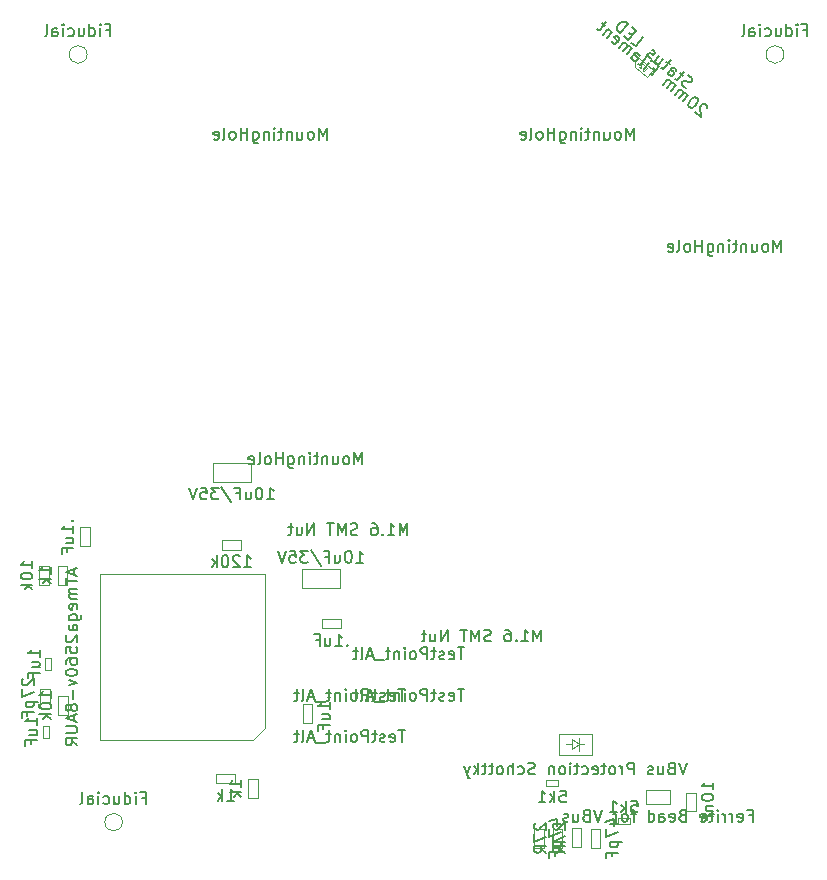
<source format=gbr>
G04 #@! TF.GenerationSoftware,KiCad,Pcbnew,8.0.4+dfsg-1*
G04 #@! TF.CreationDate,2024-08-05T10:13:44-04:00*
G04 #@! TF.ProjectId,SARD_Motherboard,53415244-5f4d-46f7-9468-6572626f6172,rev?*
G04 #@! TF.SameCoordinates,Original*
G04 #@! TF.FileFunction,AssemblyDrawing,Bot*
%FSLAX46Y46*%
G04 Gerber Fmt 4.6, Leading zero omitted, Abs format (unit mm)*
G04 Created by KiCad (PCBNEW 8.0.4+dfsg-1) date 2024-08-05 10:13:44*
%MOMM*%
%LPD*%
G01*
G04 APERTURE LIST*
%ADD10C,0.150000*%
%ADD11C,0.060000*%
%ADD12C,0.100000*%
G04 APERTURE END LIST*
D10*
X121504580Y-114492857D02*
X121552200Y-114540476D01*
X121552200Y-114540476D02*
X121599819Y-114492857D01*
X121599819Y-114492857D02*
X121552200Y-114445238D01*
X121552200Y-114445238D02*
X121504580Y-114492857D01*
X121504580Y-114492857D02*
X121599819Y-114492857D01*
X121599819Y-115492856D02*
X121599819Y-114921428D01*
X121599819Y-115207142D02*
X120599819Y-115207142D01*
X120599819Y-115207142D02*
X120742676Y-115111904D01*
X120742676Y-115111904D02*
X120837914Y-115016666D01*
X120837914Y-115016666D02*
X120885533Y-114921428D01*
X120933152Y-116349999D02*
X121599819Y-116349999D01*
X120933152Y-115921428D02*
X121456961Y-115921428D01*
X121456961Y-115921428D02*
X121552200Y-115969047D01*
X121552200Y-115969047D02*
X121599819Y-116064285D01*
X121599819Y-116064285D02*
X121599819Y-116207142D01*
X121599819Y-116207142D02*
X121552200Y-116302380D01*
X121552200Y-116302380D02*
X121504580Y-116349999D01*
X121076009Y-117159523D02*
X121076009Y-116826190D01*
X121599819Y-116826190D02*
X120599819Y-116826190D01*
X120599819Y-116826190D02*
X120599819Y-117302380D01*
X181535714Y-91704819D02*
X181535714Y-90704819D01*
X181535714Y-90704819D02*
X181202381Y-91419104D01*
X181202381Y-91419104D02*
X180869048Y-90704819D01*
X180869048Y-90704819D02*
X180869048Y-91704819D01*
X180250000Y-91704819D02*
X180345238Y-91657200D01*
X180345238Y-91657200D02*
X180392857Y-91609580D01*
X180392857Y-91609580D02*
X180440476Y-91514342D01*
X180440476Y-91514342D02*
X180440476Y-91228628D01*
X180440476Y-91228628D02*
X180392857Y-91133390D01*
X180392857Y-91133390D02*
X180345238Y-91085771D01*
X180345238Y-91085771D02*
X180250000Y-91038152D01*
X180250000Y-91038152D02*
X180107143Y-91038152D01*
X180107143Y-91038152D02*
X180011905Y-91085771D01*
X180011905Y-91085771D02*
X179964286Y-91133390D01*
X179964286Y-91133390D02*
X179916667Y-91228628D01*
X179916667Y-91228628D02*
X179916667Y-91514342D01*
X179916667Y-91514342D02*
X179964286Y-91609580D01*
X179964286Y-91609580D02*
X180011905Y-91657200D01*
X180011905Y-91657200D02*
X180107143Y-91704819D01*
X180107143Y-91704819D02*
X180250000Y-91704819D01*
X179059524Y-91038152D02*
X179059524Y-91704819D01*
X179488095Y-91038152D02*
X179488095Y-91561961D01*
X179488095Y-91561961D02*
X179440476Y-91657200D01*
X179440476Y-91657200D02*
X179345238Y-91704819D01*
X179345238Y-91704819D02*
X179202381Y-91704819D01*
X179202381Y-91704819D02*
X179107143Y-91657200D01*
X179107143Y-91657200D02*
X179059524Y-91609580D01*
X178583333Y-91038152D02*
X178583333Y-91704819D01*
X178583333Y-91133390D02*
X178535714Y-91085771D01*
X178535714Y-91085771D02*
X178440476Y-91038152D01*
X178440476Y-91038152D02*
X178297619Y-91038152D01*
X178297619Y-91038152D02*
X178202381Y-91085771D01*
X178202381Y-91085771D02*
X178154762Y-91181009D01*
X178154762Y-91181009D02*
X178154762Y-91704819D01*
X177821428Y-91038152D02*
X177440476Y-91038152D01*
X177678571Y-90704819D02*
X177678571Y-91561961D01*
X177678571Y-91561961D02*
X177630952Y-91657200D01*
X177630952Y-91657200D02*
X177535714Y-91704819D01*
X177535714Y-91704819D02*
X177440476Y-91704819D01*
X177107142Y-91704819D02*
X177107142Y-91038152D01*
X177107142Y-90704819D02*
X177154761Y-90752438D01*
X177154761Y-90752438D02*
X177107142Y-90800057D01*
X177107142Y-90800057D02*
X177059523Y-90752438D01*
X177059523Y-90752438D02*
X177107142Y-90704819D01*
X177107142Y-90704819D02*
X177107142Y-90800057D01*
X176630952Y-91038152D02*
X176630952Y-91704819D01*
X176630952Y-91133390D02*
X176583333Y-91085771D01*
X176583333Y-91085771D02*
X176488095Y-91038152D01*
X176488095Y-91038152D02*
X176345238Y-91038152D01*
X176345238Y-91038152D02*
X176250000Y-91085771D01*
X176250000Y-91085771D02*
X176202381Y-91181009D01*
X176202381Y-91181009D02*
X176202381Y-91704819D01*
X175297619Y-91038152D02*
X175297619Y-91847676D01*
X175297619Y-91847676D02*
X175345238Y-91942914D01*
X175345238Y-91942914D02*
X175392857Y-91990533D01*
X175392857Y-91990533D02*
X175488095Y-92038152D01*
X175488095Y-92038152D02*
X175630952Y-92038152D01*
X175630952Y-92038152D02*
X175726190Y-91990533D01*
X175297619Y-91657200D02*
X175392857Y-91704819D01*
X175392857Y-91704819D02*
X175583333Y-91704819D01*
X175583333Y-91704819D02*
X175678571Y-91657200D01*
X175678571Y-91657200D02*
X175726190Y-91609580D01*
X175726190Y-91609580D02*
X175773809Y-91514342D01*
X175773809Y-91514342D02*
X175773809Y-91228628D01*
X175773809Y-91228628D02*
X175726190Y-91133390D01*
X175726190Y-91133390D02*
X175678571Y-91085771D01*
X175678571Y-91085771D02*
X175583333Y-91038152D01*
X175583333Y-91038152D02*
X175392857Y-91038152D01*
X175392857Y-91038152D02*
X175297619Y-91085771D01*
X174821428Y-91704819D02*
X174821428Y-90704819D01*
X174821428Y-91181009D02*
X174250000Y-91181009D01*
X174250000Y-91704819D02*
X174250000Y-90704819D01*
X173630952Y-91704819D02*
X173726190Y-91657200D01*
X173726190Y-91657200D02*
X173773809Y-91609580D01*
X173773809Y-91609580D02*
X173821428Y-91514342D01*
X173821428Y-91514342D02*
X173821428Y-91228628D01*
X173821428Y-91228628D02*
X173773809Y-91133390D01*
X173773809Y-91133390D02*
X173726190Y-91085771D01*
X173726190Y-91085771D02*
X173630952Y-91038152D01*
X173630952Y-91038152D02*
X173488095Y-91038152D01*
X173488095Y-91038152D02*
X173392857Y-91085771D01*
X173392857Y-91085771D02*
X173345238Y-91133390D01*
X173345238Y-91133390D02*
X173297619Y-91228628D01*
X173297619Y-91228628D02*
X173297619Y-91514342D01*
X173297619Y-91514342D02*
X173345238Y-91609580D01*
X173345238Y-91609580D02*
X173392857Y-91657200D01*
X173392857Y-91657200D02*
X173488095Y-91704819D01*
X173488095Y-91704819D02*
X173630952Y-91704819D01*
X172726190Y-91704819D02*
X172821428Y-91657200D01*
X172821428Y-91657200D02*
X172869047Y-91561961D01*
X172869047Y-91561961D02*
X172869047Y-90704819D01*
X171964285Y-91657200D02*
X172059523Y-91704819D01*
X172059523Y-91704819D02*
X172249999Y-91704819D01*
X172249999Y-91704819D02*
X172345237Y-91657200D01*
X172345237Y-91657200D02*
X172392856Y-91561961D01*
X172392856Y-91561961D02*
X172392856Y-91181009D01*
X172392856Y-91181009D02*
X172345237Y-91085771D01*
X172345237Y-91085771D02*
X172249999Y-91038152D01*
X172249999Y-91038152D02*
X172059523Y-91038152D01*
X172059523Y-91038152D02*
X171964285Y-91085771D01*
X171964285Y-91085771D02*
X171916666Y-91181009D01*
X171916666Y-91181009D02*
X171916666Y-91276247D01*
X171916666Y-91276247D02*
X172392856Y-91371485D01*
X169035714Y-82204819D02*
X169035714Y-81204819D01*
X169035714Y-81204819D02*
X168702381Y-81919104D01*
X168702381Y-81919104D02*
X168369048Y-81204819D01*
X168369048Y-81204819D02*
X168369048Y-82204819D01*
X167750000Y-82204819D02*
X167845238Y-82157200D01*
X167845238Y-82157200D02*
X167892857Y-82109580D01*
X167892857Y-82109580D02*
X167940476Y-82014342D01*
X167940476Y-82014342D02*
X167940476Y-81728628D01*
X167940476Y-81728628D02*
X167892857Y-81633390D01*
X167892857Y-81633390D02*
X167845238Y-81585771D01*
X167845238Y-81585771D02*
X167750000Y-81538152D01*
X167750000Y-81538152D02*
X167607143Y-81538152D01*
X167607143Y-81538152D02*
X167511905Y-81585771D01*
X167511905Y-81585771D02*
X167464286Y-81633390D01*
X167464286Y-81633390D02*
X167416667Y-81728628D01*
X167416667Y-81728628D02*
X167416667Y-82014342D01*
X167416667Y-82014342D02*
X167464286Y-82109580D01*
X167464286Y-82109580D02*
X167511905Y-82157200D01*
X167511905Y-82157200D02*
X167607143Y-82204819D01*
X167607143Y-82204819D02*
X167750000Y-82204819D01*
X166559524Y-81538152D02*
X166559524Y-82204819D01*
X166988095Y-81538152D02*
X166988095Y-82061961D01*
X166988095Y-82061961D02*
X166940476Y-82157200D01*
X166940476Y-82157200D02*
X166845238Y-82204819D01*
X166845238Y-82204819D02*
X166702381Y-82204819D01*
X166702381Y-82204819D02*
X166607143Y-82157200D01*
X166607143Y-82157200D02*
X166559524Y-82109580D01*
X166083333Y-81538152D02*
X166083333Y-82204819D01*
X166083333Y-81633390D02*
X166035714Y-81585771D01*
X166035714Y-81585771D02*
X165940476Y-81538152D01*
X165940476Y-81538152D02*
X165797619Y-81538152D01*
X165797619Y-81538152D02*
X165702381Y-81585771D01*
X165702381Y-81585771D02*
X165654762Y-81681009D01*
X165654762Y-81681009D02*
X165654762Y-82204819D01*
X165321428Y-81538152D02*
X164940476Y-81538152D01*
X165178571Y-81204819D02*
X165178571Y-82061961D01*
X165178571Y-82061961D02*
X165130952Y-82157200D01*
X165130952Y-82157200D02*
X165035714Y-82204819D01*
X165035714Y-82204819D02*
X164940476Y-82204819D01*
X164607142Y-82204819D02*
X164607142Y-81538152D01*
X164607142Y-81204819D02*
X164654761Y-81252438D01*
X164654761Y-81252438D02*
X164607142Y-81300057D01*
X164607142Y-81300057D02*
X164559523Y-81252438D01*
X164559523Y-81252438D02*
X164607142Y-81204819D01*
X164607142Y-81204819D02*
X164607142Y-81300057D01*
X164130952Y-81538152D02*
X164130952Y-82204819D01*
X164130952Y-81633390D02*
X164083333Y-81585771D01*
X164083333Y-81585771D02*
X163988095Y-81538152D01*
X163988095Y-81538152D02*
X163845238Y-81538152D01*
X163845238Y-81538152D02*
X163750000Y-81585771D01*
X163750000Y-81585771D02*
X163702381Y-81681009D01*
X163702381Y-81681009D02*
X163702381Y-82204819D01*
X162797619Y-81538152D02*
X162797619Y-82347676D01*
X162797619Y-82347676D02*
X162845238Y-82442914D01*
X162845238Y-82442914D02*
X162892857Y-82490533D01*
X162892857Y-82490533D02*
X162988095Y-82538152D01*
X162988095Y-82538152D02*
X163130952Y-82538152D01*
X163130952Y-82538152D02*
X163226190Y-82490533D01*
X162797619Y-82157200D02*
X162892857Y-82204819D01*
X162892857Y-82204819D02*
X163083333Y-82204819D01*
X163083333Y-82204819D02*
X163178571Y-82157200D01*
X163178571Y-82157200D02*
X163226190Y-82109580D01*
X163226190Y-82109580D02*
X163273809Y-82014342D01*
X163273809Y-82014342D02*
X163273809Y-81728628D01*
X163273809Y-81728628D02*
X163226190Y-81633390D01*
X163226190Y-81633390D02*
X163178571Y-81585771D01*
X163178571Y-81585771D02*
X163083333Y-81538152D01*
X163083333Y-81538152D02*
X162892857Y-81538152D01*
X162892857Y-81538152D02*
X162797619Y-81585771D01*
X162321428Y-82204819D02*
X162321428Y-81204819D01*
X162321428Y-81681009D02*
X161750000Y-81681009D01*
X161750000Y-82204819D02*
X161750000Y-81204819D01*
X161130952Y-82204819D02*
X161226190Y-82157200D01*
X161226190Y-82157200D02*
X161273809Y-82109580D01*
X161273809Y-82109580D02*
X161321428Y-82014342D01*
X161321428Y-82014342D02*
X161321428Y-81728628D01*
X161321428Y-81728628D02*
X161273809Y-81633390D01*
X161273809Y-81633390D02*
X161226190Y-81585771D01*
X161226190Y-81585771D02*
X161130952Y-81538152D01*
X161130952Y-81538152D02*
X160988095Y-81538152D01*
X160988095Y-81538152D02*
X160892857Y-81585771D01*
X160892857Y-81585771D02*
X160845238Y-81633390D01*
X160845238Y-81633390D02*
X160797619Y-81728628D01*
X160797619Y-81728628D02*
X160797619Y-82014342D01*
X160797619Y-82014342D02*
X160845238Y-82109580D01*
X160845238Y-82109580D02*
X160892857Y-82157200D01*
X160892857Y-82157200D02*
X160988095Y-82204819D01*
X160988095Y-82204819D02*
X161130952Y-82204819D01*
X160226190Y-82204819D02*
X160321428Y-82157200D01*
X160321428Y-82157200D02*
X160369047Y-82061961D01*
X160369047Y-82061961D02*
X160369047Y-81204819D01*
X159464285Y-82157200D02*
X159559523Y-82204819D01*
X159559523Y-82204819D02*
X159749999Y-82204819D01*
X159749999Y-82204819D02*
X159845237Y-82157200D01*
X159845237Y-82157200D02*
X159892856Y-82061961D01*
X159892856Y-82061961D02*
X159892856Y-81681009D01*
X159892856Y-81681009D02*
X159845237Y-81585771D01*
X159845237Y-81585771D02*
X159749999Y-81538152D01*
X159749999Y-81538152D02*
X159559523Y-81538152D01*
X159559523Y-81538152D02*
X159464285Y-81585771D01*
X159464285Y-81585771D02*
X159416666Y-81681009D01*
X159416666Y-81681009D02*
X159416666Y-81776247D01*
X159416666Y-81776247D02*
X159892856Y-81871485D01*
X146035714Y-109704819D02*
X146035714Y-108704819D01*
X146035714Y-108704819D02*
X145702381Y-109419104D01*
X145702381Y-109419104D02*
X145369048Y-108704819D01*
X145369048Y-108704819D02*
X145369048Y-109704819D01*
X144750000Y-109704819D02*
X144845238Y-109657200D01*
X144845238Y-109657200D02*
X144892857Y-109609580D01*
X144892857Y-109609580D02*
X144940476Y-109514342D01*
X144940476Y-109514342D02*
X144940476Y-109228628D01*
X144940476Y-109228628D02*
X144892857Y-109133390D01*
X144892857Y-109133390D02*
X144845238Y-109085771D01*
X144845238Y-109085771D02*
X144750000Y-109038152D01*
X144750000Y-109038152D02*
X144607143Y-109038152D01*
X144607143Y-109038152D02*
X144511905Y-109085771D01*
X144511905Y-109085771D02*
X144464286Y-109133390D01*
X144464286Y-109133390D02*
X144416667Y-109228628D01*
X144416667Y-109228628D02*
X144416667Y-109514342D01*
X144416667Y-109514342D02*
X144464286Y-109609580D01*
X144464286Y-109609580D02*
X144511905Y-109657200D01*
X144511905Y-109657200D02*
X144607143Y-109704819D01*
X144607143Y-109704819D02*
X144750000Y-109704819D01*
X143559524Y-109038152D02*
X143559524Y-109704819D01*
X143988095Y-109038152D02*
X143988095Y-109561961D01*
X143988095Y-109561961D02*
X143940476Y-109657200D01*
X143940476Y-109657200D02*
X143845238Y-109704819D01*
X143845238Y-109704819D02*
X143702381Y-109704819D01*
X143702381Y-109704819D02*
X143607143Y-109657200D01*
X143607143Y-109657200D02*
X143559524Y-109609580D01*
X143083333Y-109038152D02*
X143083333Y-109704819D01*
X143083333Y-109133390D02*
X143035714Y-109085771D01*
X143035714Y-109085771D02*
X142940476Y-109038152D01*
X142940476Y-109038152D02*
X142797619Y-109038152D01*
X142797619Y-109038152D02*
X142702381Y-109085771D01*
X142702381Y-109085771D02*
X142654762Y-109181009D01*
X142654762Y-109181009D02*
X142654762Y-109704819D01*
X142321428Y-109038152D02*
X141940476Y-109038152D01*
X142178571Y-108704819D02*
X142178571Y-109561961D01*
X142178571Y-109561961D02*
X142130952Y-109657200D01*
X142130952Y-109657200D02*
X142035714Y-109704819D01*
X142035714Y-109704819D02*
X141940476Y-109704819D01*
X141607142Y-109704819D02*
X141607142Y-109038152D01*
X141607142Y-108704819D02*
X141654761Y-108752438D01*
X141654761Y-108752438D02*
X141607142Y-108800057D01*
X141607142Y-108800057D02*
X141559523Y-108752438D01*
X141559523Y-108752438D02*
X141607142Y-108704819D01*
X141607142Y-108704819D02*
X141607142Y-108800057D01*
X141130952Y-109038152D02*
X141130952Y-109704819D01*
X141130952Y-109133390D02*
X141083333Y-109085771D01*
X141083333Y-109085771D02*
X140988095Y-109038152D01*
X140988095Y-109038152D02*
X140845238Y-109038152D01*
X140845238Y-109038152D02*
X140750000Y-109085771D01*
X140750000Y-109085771D02*
X140702381Y-109181009D01*
X140702381Y-109181009D02*
X140702381Y-109704819D01*
X139797619Y-109038152D02*
X139797619Y-109847676D01*
X139797619Y-109847676D02*
X139845238Y-109942914D01*
X139845238Y-109942914D02*
X139892857Y-109990533D01*
X139892857Y-109990533D02*
X139988095Y-110038152D01*
X139988095Y-110038152D02*
X140130952Y-110038152D01*
X140130952Y-110038152D02*
X140226190Y-109990533D01*
X139797619Y-109657200D02*
X139892857Y-109704819D01*
X139892857Y-109704819D02*
X140083333Y-109704819D01*
X140083333Y-109704819D02*
X140178571Y-109657200D01*
X140178571Y-109657200D02*
X140226190Y-109609580D01*
X140226190Y-109609580D02*
X140273809Y-109514342D01*
X140273809Y-109514342D02*
X140273809Y-109228628D01*
X140273809Y-109228628D02*
X140226190Y-109133390D01*
X140226190Y-109133390D02*
X140178571Y-109085771D01*
X140178571Y-109085771D02*
X140083333Y-109038152D01*
X140083333Y-109038152D02*
X139892857Y-109038152D01*
X139892857Y-109038152D02*
X139797619Y-109085771D01*
X139321428Y-109704819D02*
X139321428Y-108704819D01*
X139321428Y-109181009D02*
X138750000Y-109181009D01*
X138750000Y-109704819D02*
X138750000Y-108704819D01*
X138130952Y-109704819D02*
X138226190Y-109657200D01*
X138226190Y-109657200D02*
X138273809Y-109609580D01*
X138273809Y-109609580D02*
X138321428Y-109514342D01*
X138321428Y-109514342D02*
X138321428Y-109228628D01*
X138321428Y-109228628D02*
X138273809Y-109133390D01*
X138273809Y-109133390D02*
X138226190Y-109085771D01*
X138226190Y-109085771D02*
X138130952Y-109038152D01*
X138130952Y-109038152D02*
X137988095Y-109038152D01*
X137988095Y-109038152D02*
X137892857Y-109085771D01*
X137892857Y-109085771D02*
X137845238Y-109133390D01*
X137845238Y-109133390D02*
X137797619Y-109228628D01*
X137797619Y-109228628D02*
X137797619Y-109514342D01*
X137797619Y-109514342D02*
X137845238Y-109609580D01*
X137845238Y-109609580D02*
X137892857Y-109657200D01*
X137892857Y-109657200D02*
X137988095Y-109704819D01*
X137988095Y-109704819D02*
X138130952Y-109704819D01*
X137226190Y-109704819D02*
X137321428Y-109657200D01*
X137321428Y-109657200D02*
X137369047Y-109561961D01*
X137369047Y-109561961D02*
X137369047Y-108704819D01*
X136464285Y-109657200D02*
X136559523Y-109704819D01*
X136559523Y-109704819D02*
X136749999Y-109704819D01*
X136749999Y-109704819D02*
X136845237Y-109657200D01*
X136845237Y-109657200D02*
X136892856Y-109561961D01*
X136892856Y-109561961D02*
X136892856Y-109181009D01*
X136892856Y-109181009D02*
X136845237Y-109085771D01*
X136845237Y-109085771D02*
X136749999Y-109038152D01*
X136749999Y-109038152D02*
X136559523Y-109038152D01*
X136559523Y-109038152D02*
X136464285Y-109085771D01*
X136464285Y-109085771D02*
X136416666Y-109181009D01*
X136416666Y-109181009D02*
X136416666Y-109276247D01*
X136416666Y-109276247D02*
X136892856Y-109371485D01*
X143035714Y-82204819D02*
X143035714Y-81204819D01*
X143035714Y-81204819D02*
X142702381Y-81919104D01*
X142702381Y-81919104D02*
X142369048Y-81204819D01*
X142369048Y-81204819D02*
X142369048Y-82204819D01*
X141750000Y-82204819D02*
X141845238Y-82157200D01*
X141845238Y-82157200D02*
X141892857Y-82109580D01*
X141892857Y-82109580D02*
X141940476Y-82014342D01*
X141940476Y-82014342D02*
X141940476Y-81728628D01*
X141940476Y-81728628D02*
X141892857Y-81633390D01*
X141892857Y-81633390D02*
X141845238Y-81585771D01*
X141845238Y-81585771D02*
X141750000Y-81538152D01*
X141750000Y-81538152D02*
X141607143Y-81538152D01*
X141607143Y-81538152D02*
X141511905Y-81585771D01*
X141511905Y-81585771D02*
X141464286Y-81633390D01*
X141464286Y-81633390D02*
X141416667Y-81728628D01*
X141416667Y-81728628D02*
X141416667Y-82014342D01*
X141416667Y-82014342D02*
X141464286Y-82109580D01*
X141464286Y-82109580D02*
X141511905Y-82157200D01*
X141511905Y-82157200D02*
X141607143Y-82204819D01*
X141607143Y-82204819D02*
X141750000Y-82204819D01*
X140559524Y-81538152D02*
X140559524Y-82204819D01*
X140988095Y-81538152D02*
X140988095Y-82061961D01*
X140988095Y-82061961D02*
X140940476Y-82157200D01*
X140940476Y-82157200D02*
X140845238Y-82204819D01*
X140845238Y-82204819D02*
X140702381Y-82204819D01*
X140702381Y-82204819D02*
X140607143Y-82157200D01*
X140607143Y-82157200D02*
X140559524Y-82109580D01*
X140083333Y-81538152D02*
X140083333Y-82204819D01*
X140083333Y-81633390D02*
X140035714Y-81585771D01*
X140035714Y-81585771D02*
X139940476Y-81538152D01*
X139940476Y-81538152D02*
X139797619Y-81538152D01*
X139797619Y-81538152D02*
X139702381Y-81585771D01*
X139702381Y-81585771D02*
X139654762Y-81681009D01*
X139654762Y-81681009D02*
X139654762Y-82204819D01*
X139321428Y-81538152D02*
X138940476Y-81538152D01*
X139178571Y-81204819D02*
X139178571Y-82061961D01*
X139178571Y-82061961D02*
X139130952Y-82157200D01*
X139130952Y-82157200D02*
X139035714Y-82204819D01*
X139035714Y-82204819D02*
X138940476Y-82204819D01*
X138607142Y-82204819D02*
X138607142Y-81538152D01*
X138607142Y-81204819D02*
X138654761Y-81252438D01*
X138654761Y-81252438D02*
X138607142Y-81300057D01*
X138607142Y-81300057D02*
X138559523Y-81252438D01*
X138559523Y-81252438D02*
X138607142Y-81204819D01*
X138607142Y-81204819D02*
X138607142Y-81300057D01*
X138130952Y-81538152D02*
X138130952Y-82204819D01*
X138130952Y-81633390D02*
X138083333Y-81585771D01*
X138083333Y-81585771D02*
X137988095Y-81538152D01*
X137988095Y-81538152D02*
X137845238Y-81538152D01*
X137845238Y-81538152D02*
X137750000Y-81585771D01*
X137750000Y-81585771D02*
X137702381Y-81681009D01*
X137702381Y-81681009D02*
X137702381Y-82204819D01*
X136797619Y-81538152D02*
X136797619Y-82347676D01*
X136797619Y-82347676D02*
X136845238Y-82442914D01*
X136845238Y-82442914D02*
X136892857Y-82490533D01*
X136892857Y-82490533D02*
X136988095Y-82538152D01*
X136988095Y-82538152D02*
X137130952Y-82538152D01*
X137130952Y-82538152D02*
X137226190Y-82490533D01*
X136797619Y-82157200D02*
X136892857Y-82204819D01*
X136892857Y-82204819D02*
X137083333Y-82204819D01*
X137083333Y-82204819D02*
X137178571Y-82157200D01*
X137178571Y-82157200D02*
X137226190Y-82109580D01*
X137226190Y-82109580D02*
X137273809Y-82014342D01*
X137273809Y-82014342D02*
X137273809Y-81728628D01*
X137273809Y-81728628D02*
X137226190Y-81633390D01*
X137226190Y-81633390D02*
X137178571Y-81585771D01*
X137178571Y-81585771D02*
X137083333Y-81538152D01*
X137083333Y-81538152D02*
X136892857Y-81538152D01*
X136892857Y-81538152D02*
X136797619Y-81585771D01*
X136321428Y-82204819D02*
X136321428Y-81204819D01*
X136321428Y-81681009D02*
X135750000Y-81681009D01*
X135750000Y-82204819D02*
X135750000Y-81204819D01*
X135130952Y-82204819D02*
X135226190Y-82157200D01*
X135226190Y-82157200D02*
X135273809Y-82109580D01*
X135273809Y-82109580D02*
X135321428Y-82014342D01*
X135321428Y-82014342D02*
X135321428Y-81728628D01*
X135321428Y-81728628D02*
X135273809Y-81633390D01*
X135273809Y-81633390D02*
X135226190Y-81585771D01*
X135226190Y-81585771D02*
X135130952Y-81538152D01*
X135130952Y-81538152D02*
X134988095Y-81538152D01*
X134988095Y-81538152D02*
X134892857Y-81585771D01*
X134892857Y-81585771D02*
X134845238Y-81633390D01*
X134845238Y-81633390D02*
X134797619Y-81728628D01*
X134797619Y-81728628D02*
X134797619Y-82014342D01*
X134797619Y-82014342D02*
X134845238Y-82109580D01*
X134845238Y-82109580D02*
X134892857Y-82157200D01*
X134892857Y-82157200D02*
X134988095Y-82204819D01*
X134988095Y-82204819D02*
X135130952Y-82204819D01*
X134226190Y-82204819D02*
X134321428Y-82157200D01*
X134321428Y-82157200D02*
X134369047Y-82061961D01*
X134369047Y-82061961D02*
X134369047Y-81204819D01*
X133464285Y-82157200D02*
X133559523Y-82204819D01*
X133559523Y-82204819D02*
X133749999Y-82204819D01*
X133749999Y-82204819D02*
X133845237Y-82157200D01*
X133845237Y-82157200D02*
X133892856Y-82061961D01*
X133892856Y-82061961D02*
X133892856Y-81681009D01*
X133892856Y-81681009D02*
X133845237Y-81585771D01*
X133845237Y-81585771D02*
X133749999Y-81538152D01*
X133749999Y-81538152D02*
X133559523Y-81538152D01*
X133559523Y-81538152D02*
X133464285Y-81585771D01*
X133464285Y-81585771D02*
X133416666Y-81681009D01*
X133416666Y-81681009D02*
X133416666Y-81776247D01*
X133416666Y-81776247D02*
X133892856Y-81871485D01*
X144769642Y-124989580D02*
X144722023Y-125037200D01*
X144722023Y-125037200D02*
X144769642Y-125084819D01*
X144769642Y-125084819D02*
X144817261Y-125037200D01*
X144817261Y-125037200D02*
X144769642Y-124989580D01*
X144769642Y-124989580D02*
X144769642Y-125084819D01*
X143769643Y-125084819D02*
X144341071Y-125084819D01*
X144055357Y-125084819D02*
X144055357Y-124084819D01*
X144055357Y-124084819D02*
X144150595Y-124227676D01*
X144150595Y-124227676D02*
X144245833Y-124322914D01*
X144245833Y-124322914D02*
X144341071Y-124370533D01*
X142912500Y-124418152D02*
X142912500Y-125084819D01*
X143341071Y-124418152D02*
X143341071Y-124941961D01*
X143341071Y-124941961D02*
X143293452Y-125037200D01*
X143293452Y-125037200D02*
X143198214Y-125084819D01*
X143198214Y-125084819D02*
X143055357Y-125084819D01*
X143055357Y-125084819D02*
X142960119Y-125037200D01*
X142960119Y-125037200D02*
X142912500Y-124989580D01*
X142102976Y-124561009D02*
X142436309Y-124561009D01*
X142436309Y-125084819D02*
X142436309Y-124084819D01*
X142436309Y-124084819D02*
X141960119Y-124084819D01*
X117320057Y-127857143D02*
X117272438Y-127904762D01*
X117272438Y-127904762D02*
X117224819Y-128000000D01*
X117224819Y-128000000D02*
X117224819Y-128238095D01*
X117224819Y-128238095D02*
X117272438Y-128333333D01*
X117272438Y-128333333D02*
X117320057Y-128380952D01*
X117320057Y-128380952D02*
X117415295Y-128428571D01*
X117415295Y-128428571D02*
X117510533Y-128428571D01*
X117510533Y-128428571D02*
X117653390Y-128380952D01*
X117653390Y-128380952D02*
X118224819Y-127809524D01*
X118224819Y-127809524D02*
X118224819Y-128428571D01*
X117224819Y-128761905D02*
X117224819Y-129428571D01*
X117224819Y-129428571D02*
X118224819Y-129000000D01*
X117558152Y-129809524D02*
X118558152Y-129809524D01*
X117605771Y-129809524D02*
X117558152Y-129904762D01*
X117558152Y-129904762D02*
X117558152Y-130095238D01*
X117558152Y-130095238D02*
X117605771Y-130190476D01*
X117605771Y-130190476D02*
X117653390Y-130238095D01*
X117653390Y-130238095D02*
X117748628Y-130285714D01*
X117748628Y-130285714D02*
X118034342Y-130285714D01*
X118034342Y-130285714D02*
X118129580Y-130238095D01*
X118129580Y-130238095D02*
X118177200Y-130190476D01*
X118177200Y-130190476D02*
X118224819Y-130095238D01*
X118224819Y-130095238D02*
X118224819Y-129904762D01*
X118224819Y-129904762D02*
X118177200Y-129809524D01*
X117701009Y-131047619D02*
X117701009Y-130714286D01*
X118224819Y-130714286D02*
X117224819Y-130714286D01*
X117224819Y-130714286D02*
X117224819Y-131190476D01*
X175784819Y-137228571D02*
X175784819Y-136657143D01*
X175784819Y-136942857D02*
X174784819Y-136942857D01*
X174784819Y-136942857D02*
X174927676Y-136847619D01*
X174927676Y-136847619D02*
X175022914Y-136752381D01*
X175022914Y-136752381D02*
X175070533Y-136657143D01*
X174784819Y-137847619D02*
X174784819Y-137942857D01*
X174784819Y-137942857D02*
X174832438Y-138038095D01*
X174832438Y-138038095D02*
X174880057Y-138085714D01*
X174880057Y-138085714D02*
X174975295Y-138133333D01*
X174975295Y-138133333D02*
X175165771Y-138180952D01*
X175165771Y-138180952D02*
X175403866Y-138180952D01*
X175403866Y-138180952D02*
X175594342Y-138133333D01*
X175594342Y-138133333D02*
X175689580Y-138085714D01*
X175689580Y-138085714D02*
X175737200Y-138038095D01*
X175737200Y-138038095D02*
X175784819Y-137942857D01*
X175784819Y-137942857D02*
X175784819Y-137847619D01*
X175784819Y-137847619D02*
X175737200Y-137752381D01*
X175737200Y-137752381D02*
X175689580Y-137704762D01*
X175689580Y-137704762D02*
X175594342Y-137657143D01*
X175594342Y-137657143D02*
X175403866Y-137609524D01*
X175403866Y-137609524D02*
X175165771Y-137609524D01*
X175165771Y-137609524D02*
X174975295Y-137657143D01*
X174975295Y-137657143D02*
X174880057Y-137704762D01*
X174880057Y-137704762D02*
X174832438Y-137752381D01*
X174832438Y-137752381D02*
X174784819Y-137847619D01*
X175118152Y-138609524D02*
X175784819Y-138609524D01*
X175213390Y-138609524D02*
X175165771Y-138657143D01*
X175165771Y-138657143D02*
X175118152Y-138752381D01*
X175118152Y-138752381D02*
X175118152Y-138895238D01*
X175118152Y-138895238D02*
X175165771Y-138990476D01*
X175165771Y-138990476D02*
X175261009Y-139038095D01*
X175261009Y-139038095D02*
X175784819Y-139038095D01*
X175261009Y-139847619D02*
X175261009Y-139514286D01*
X175784819Y-139514286D02*
X174784819Y-139514286D01*
X174784819Y-139514286D02*
X174784819Y-139990476D01*
X143189580Y-129442857D02*
X143237200Y-129490476D01*
X143237200Y-129490476D02*
X143284819Y-129442857D01*
X143284819Y-129442857D02*
X143237200Y-129395238D01*
X143237200Y-129395238D02*
X143189580Y-129442857D01*
X143189580Y-129442857D02*
X143284819Y-129442857D01*
X143284819Y-130442856D02*
X143284819Y-129871428D01*
X143284819Y-130157142D02*
X142284819Y-130157142D01*
X142284819Y-130157142D02*
X142427676Y-130061904D01*
X142427676Y-130061904D02*
X142522914Y-129966666D01*
X142522914Y-129966666D02*
X142570533Y-129871428D01*
X142618152Y-131299999D02*
X143284819Y-131299999D01*
X142618152Y-130871428D02*
X143141961Y-130871428D01*
X143141961Y-130871428D02*
X143237200Y-130919047D01*
X143237200Y-130919047D02*
X143284819Y-131014285D01*
X143284819Y-131014285D02*
X143284819Y-131157142D01*
X143284819Y-131157142D02*
X143237200Y-131252380D01*
X143237200Y-131252380D02*
X143189580Y-131299999D01*
X142761009Y-132109523D02*
X142761009Y-131776190D01*
X143284819Y-131776190D02*
X142284819Y-131776190D01*
X142284819Y-131776190D02*
X142284819Y-132252380D01*
X137976190Y-112674819D02*
X138547618Y-112674819D01*
X138261904Y-112674819D02*
X138261904Y-111674819D01*
X138261904Y-111674819D02*
X138357142Y-111817676D01*
X138357142Y-111817676D02*
X138452380Y-111912914D01*
X138452380Y-111912914D02*
X138547618Y-111960533D01*
X137357142Y-111674819D02*
X137261904Y-111674819D01*
X137261904Y-111674819D02*
X137166666Y-111722438D01*
X137166666Y-111722438D02*
X137119047Y-111770057D01*
X137119047Y-111770057D02*
X137071428Y-111865295D01*
X137071428Y-111865295D02*
X137023809Y-112055771D01*
X137023809Y-112055771D02*
X137023809Y-112293866D01*
X137023809Y-112293866D02*
X137071428Y-112484342D01*
X137071428Y-112484342D02*
X137119047Y-112579580D01*
X137119047Y-112579580D02*
X137166666Y-112627200D01*
X137166666Y-112627200D02*
X137261904Y-112674819D01*
X137261904Y-112674819D02*
X137357142Y-112674819D01*
X137357142Y-112674819D02*
X137452380Y-112627200D01*
X137452380Y-112627200D02*
X137499999Y-112579580D01*
X137499999Y-112579580D02*
X137547618Y-112484342D01*
X137547618Y-112484342D02*
X137595237Y-112293866D01*
X137595237Y-112293866D02*
X137595237Y-112055771D01*
X137595237Y-112055771D02*
X137547618Y-111865295D01*
X137547618Y-111865295D02*
X137499999Y-111770057D01*
X137499999Y-111770057D02*
X137452380Y-111722438D01*
X137452380Y-111722438D02*
X137357142Y-111674819D01*
X136166666Y-112008152D02*
X136166666Y-112674819D01*
X136595237Y-112008152D02*
X136595237Y-112531961D01*
X136595237Y-112531961D02*
X136547618Y-112627200D01*
X136547618Y-112627200D02*
X136452380Y-112674819D01*
X136452380Y-112674819D02*
X136309523Y-112674819D01*
X136309523Y-112674819D02*
X136214285Y-112627200D01*
X136214285Y-112627200D02*
X136166666Y-112579580D01*
X135357142Y-112151009D02*
X135690475Y-112151009D01*
X135690475Y-112674819D02*
X135690475Y-111674819D01*
X135690475Y-111674819D02*
X135214285Y-111674819D01*
X134119047Y-111627200D02*
X134976189Y-112912914D01*
X133880951Y-111674819D02*
X133261904Y-111674819D01*
X133261904Y-111674819D02*
X133595237Y-112055771D01*
X133595237Y-112055771D02*
X133452380Y-112055771D01*
X133452380Y-112055771D02*
X133357142Y-112103390D01*
X133357142Y-112103390D02*
X133309523Y-112151009D01*
X133309523Y-112151009D02*
X133261904Y-112246247D01*
X133261904Y-112246247D02*
X133261904Y-112484342D01*
X133261904Y-112484342D02*
X133309523Y-112579580D01*
X133309523Y-112579580D02*
X133357142Y-112627200D01*
X133357142Y-112627200D02*
X133452380Y-112674819D01*
X133452380Y-112674819D02*
X133738094Y-112674819D01*
X133738094Y-112674819D02*
X133833332Y-112627200D01*
X133833332Y-112627200D02*
X133880951Y-112579580D01*
X132357142Y-111674819D02*
X132833332Y-111674819D01*
X132833332Y-111674819D02*
X132880951Y-112151009D01*
X132880951Y-112151009D02*
X132833332Y-112103390D01*
X132833332Y-112103390D02*
X132738094Y-112055771D01*
X132738094Y-112055771D02*
X132499999Y-112055771D01*
X132499999Y-112055771D02*
X132404761Y-112103390D01*
X132404761Y-112103390D02*
X132357142Y-112151009D01*
X132357142Y-112151009D02*
X132309523Y-112246247D01*
X132309523Y-112246247D02*
X132309523Y-112484342D01*
X132309523Y-112484342D02*
X132357142Y-112579580D01*
X132357142Y-112579580D02*
X132404761Y-112627200D01*
X132404761Y-112627200D02*
X132499999Y-112674819D01*
X132499999Y-112674819D02*
X132738094Y-112674819D01*
X132738094Y-112674819D02*
X132833332Y-112627200D01*
X132833332Y-112627200D02*
X132880951Y-112579580D01*
X132023808Y-111674819D02*
X131690475Y-112674819D01*
X131690475Y-112674819D02*
X131357142Y-111674819D01*
X119674819Y-118980952D02*
X119674819Y-118409524D01*
X119674819Y-118695238D02*
X118674819Y-118695238D01*
X118674819Y-118695238D02*
X118817676Y-118600000D01*
X118817676Y-118600000D02*
X118912914Y-118504762D01*
X118912914Y-118504762D02*
X118960533Y-118409524D01*
X119674819Y-119409524D02*
X118674819Y-119409524D01*
X119293866Y-119504762D02*
X119674819Y-119790476D01*
X119008152Y-119790476D02*
X119389104Y-119409524D01*
X136046428Y-118409819D02*
X136617856Y-118409819D01*
X136332142Y-118409819D02*
X136332142Y-117409819D01*
X136332142Y-117409819D02*
X136427380Y-117552676D01*
X136427380Y-117552676D02*
X136522618Y-117647914D01*
X136522618Y-117647914D02*
X136617856Y-117695533D01*
X135665475Y-117505057D02*
X135617856Y-117457438D01*
X135617856Y-117457438D02*
X135522618Y-117409819D01*
X135522618Y-117409819D02*
X135284523Y-117409819D01*
X135284523Y-117409819D02*
X135189285Y-117457438D01*
X135189285Y-117457438D02*
X135141666Y-117505057D01*
X135141666Y-117505057D02*
X135094047Y-117600295D01*
X135094047Y-117600295D02*
X135094047Y-117695533D01*
X135094047Y-117695533D02*
X135141666Y-117838390D01*
X135141666Y-117838390D02*
X135713094Y-118409819D01*
X135713094Y-118409819D02*
X135094047Y-118409819D01*
X134474999Y-117409819D02*
X134379761Y-117409819D01*
X134379761Y-117409819D02*
X134284523Y-117457438D01*
X134284523Y-117457438D02*
X134236904Y-117505057D01*
X134236904Y-117505057D02*
X134189285Y-117600295D01*
X134189285Y-117600295D02*
X134141666Y-117790771D01*
X134141666Y-117790771D02*
X134141666Y-118028866D01*
X134141666Y-118028866D02*
X134189285Y-118219342D01*
X134189285Y-118219342D02*
X134236904Y-118314580D01*
X134236904Y-118314580D02*
X134284523Y-118362200D01*
X134284523Y-118362200D02*
X134379761Y-118409819D01*
X134379761Y-118409819D02*
X134474999Y-118409819D01*
X134474999Y-118409819D02*
X134570237Y-118362200D01*
X134570237Y-118362200D02*
X134617856Y-118314580D01*
X134617856Y-118314580D02*
X134665475Y-118219342D01*
X134665475Y-118219342D02*
X134713094Y-118028866D01*
X134713094Y-118028866D02*
X134713094Y-117790771D01*
X134713094Y-117790771D02*
X134665475Y-117600295D01*
X134665475Y-117600295D02*
X134617856Y-117505057D01*
X134617856Y-117505057D02*
X134570237Y-117457438D01*
X134570237Y-117457438D02*
X134474999Y-117409819D01*
X133713094Y-118409819D02*
X133713094Y-117409819D01*
X133617856Y-118028866D02*
X133332142Y-118409819D01*
X133332142Y-117743152D02*
X133713094Y-118124104D01*
X134619047Y-138184819D02*
X135190475Y-138184819D01*
X134904761Y-138184819D02*
X134904761Y-137184819D01*
X134904761Y-137184819D02*
X134999999Y-137327676D01*
X134999999Y-137327676D02*
X135095237Y-137422914D01*
X135095237Y-137422914D02*
X135190475Y-137470533D01*
X134190475Y-138184819D02*
X134190475Y-137184819D01*
X134095237Y-137803866D02*
X133809523Y-138184819D01*
X133809523Y-137518152D02*
X134190475Y-137899104D01*
X135824819Y-137030952D02*
X135824819Y-136459524D01*
X135824819Y-136745238D02*
X134824819Y-136745238D01*
X134824819Y-136745238D02*
X134967676Y-136650000D01*
X134967676Y-136650000D02*
X135062914Y-136554762D01*
X135062914Y-136554762D02*
X135110533Y-136459524D01*
X135824819Y-137459524D02*
X134824819Y-137459524D01*
X135443866Y-137554762D02*
X135824819Y-137840476D01*
X135158152Y-137840476D02*
X135539104Y-137459524D01*
X160720057Y-140088095D02*
X160672438Y-140135714D01*
X160672438Y-140135714D02*
X160624819Y-140230952D01*
X160624819Y-140230952D02*
X160624819Y-140469047D01*
X160624819Y-140469047D02*
X160672438Y-140564285D01*
X160672438Y-140564285D02*
X160720057Y-140611904D01*
X160720057Y-140611904D02*
X160815295Y-140659523D01*
X160815295Y-140659523D02*
X160910533Y-140659523D01*
X160910533Y-140659523D02*
X161053390Y-140611904D01*
X161053390Y-140611904D02*
X161624819Y-140040476D01*
X161624819Y-140040476D02*
X161624819Y-140659523D01*
X160624819Y-140992857D02*
X160624819Y-141659523D01*
X160624819Y-141659523D02*
X161624819Y-141230952D01*
X161624819Y-142611904D02*
X161148628Y-142278571D01*
X161624819Y-142040476D02*
X160624819Y-142040476D01*
X160624819Y-142040476D02*
X160624819Y-142421428D01*
X160624819Y-142421428D02*
X160672438Y-142516666D01*
X160672438Y-142516666D02*
X160720057Y-142564285D01*
X160720057Y-142564285D02*
X160815295Y-142611904D01*
X160815295Y-142611904D02*
X160958152Y-142611904D01*
X160958152Y-142611904D02*
X161053390Y-142564285D01*
X161053390Y-142564285D02*
X161101009Y-142516666D01*
X161101009Y-142516666D02*
X161148628Y-142421428D01*
X161148628Y-142421428D02*
X161148628Y-142040476D01*
X162320057Y-140073095D02*
X162272438Y-140120714D01*
X162272438Y-140120714D02*
X162224819Y-140215952D01*
X162224819Y-140215952D02*
X162224819Y-140454047D01*
X162224819Y-140454047D02*
X162272438Y-140549285D01*
X162272438Y-140549285D02*
X162320057Y-140596904D01*
X162320057Y-140596904D02*
X162415295Y-140644523D01*
X162415295Y-140644523D02*
X162510533Y-140644523D01*
X162510533Y-140644523D02*
X162653390Y-140596904D01*
X162653390Y-140596904D02*
X163224819Y-140025476D01*
X163224819Y-140025476D02*
X163224819Y-140644523D01*
X162224819Y-140977857D02*
X162224819Y-141644523D01*
X162224819Y-141644523D02*
X163224819Y-141215952D01*
X163224819Y-142596904D02*
X162748628Y-142263571D01*
X163224819Y-142025476D02*
X162224819Y-142025476D01*
X162224819Y-142025476D02*
X162224819Y-142406428D01*
X162224819Y-142406428D02*
X162272438Y-142501666D01*
X162272438Y-142501666D02*
X162320057Y-142549285D01*
X162320057Y-142549285D02*
X162415295Y-142596904D01*
X162415295Y-142596904D02*
X162558152Y-142596904D01*
X162558152Y-142596904D02*
X162653390Y-142549285D01*
X162653390Y-142549285D02*
X162701009Y-142501666D01*
X162701009Y-142501666D02*
X162748628Y-142406428D01*
X162748628Y-142406428D02*
X162748628Y-142025476D01*
X162792857Y-137324819D02*
X163269047Y-137324819D01*
X163269047Y-137324819D02*
X163316666Y-137801009D01*
X163316666Y-137801009D02*
X163269047Y-137753390D01*
X163269047Y-137753390D02*
X163173809Y-137705771D01*
X163173809Y-137705771D02*
X162935714Y-137705771D01*
X162935714Y-137705771D02*
X162840476Y-137753390D01*
X162840476Y-137753390D02*
X162792857Y-137801009D01*
X162792857Y-137801009D02*
X162745238Y-137896247D01*
X162745238Y-137896247D02*
X162745238Y-138134342D01*
X162745238Y-138134342D02*
X162792857Y-138229580D01*
X162792857Y-138229580D02*
X162840476Y-138277200D01*
X162840476Y-138277200D02*
X162935714Y-138324819D01*
X162935714Y-138324819D02*
X163173809Y-138324819D01*
X163173809Y-138324819D02*
X163269047Y-138277200D01*
X163269047Y-138277200D02*
X163316666Y-138229580D01*
X162316666Y-138324819D02*
X162316666Y-137324819D01*
X162221428Y-137943866D02*
X161935714Y-138324819D01*
X161935714Y-137658152D02*
X162316666Y-138039104D01*
X160983333Y-138324819D02*
X161554761Y-138324819D01*
X161269047Y-138324819D02*
X161269047Y-137324819D01*
X161269047Y-137324819D02*
X161364285Y-137467676D01*
X161364285Y-137467676D02*
X161459523Y-137562914D01*
X161459523Y-137562914D02*
X161554761Y-137610533D01*
X168842857Y-138184819D02*
X169319047Y-138184819D01*
X169319047Y-138184819D02*
X169366666Y-138661009D01*
X169366666Y-138661009D02*
X169319047Y-138613390D01*
X169319047Y-138613390D02*
X169223809Y-138565771D01*
X169223809Y-138565771D02*
X168985714Y-138565771D01*
X168985714Y-138565771D02*
X168890476Y-138613390D01*
X168890476Y-138613390D02*
X168842857Y-138661009D01*
X168842857Y-138661009D02*
X168795238Y-138756247D01*
X168795238Y-138756247D02*
X168795238Y-138994342D01*
X168795238Y-138994342D02*
X168842857Y-139089580D01*
X168842857Y-139089580D02*
X168890476Y-139137200D01*
X168890476Y-139137200D02*
X168985714Y-139184819D01*
X168985714Y-139184819D02*
X169223809Y-139184819D01*
X169223809Y-139184819D02*
X169319047Y-139137200D01*
X169319047Y-139137200D02*
X169366666Y-139089580D01*
X168366666Y-139184819D02*
X168366666Y-138184819D01*
X168271428Y-138803866D02*
X167985714Y-139184819D01*
X167985714Y-138518152D02*
X168366666Y-138899104D01*
X167033333Y-139184819D02*
X167604761Y-139184819D01*
X167319047Y-139184819D02*
X167319047Y-138184819D01*
X167319047Y-138184819D02*
X167414285Y-138327676D01*
X167414285Y-138327676D02*
X167509523Y-138422914D01*
X167509523Y-138422914D02*
X167604761Y-138470533D01*
X119724819Y-129504761D02*
X119724819Y-128933333D01*
X119724819Y-129219047D02*
X118724819Y-129219047D01*
X118724819Y-129219047D02*
X118867676Y-129123809D01*
X118867676Y-129123809D02*
X118962914Y-129028571D01*
X118962914Y-129028571D02*
X119010533Y-128933333D01*
X118724819Y-130123809D02*
X118724819Y-130219047D01*
X118724819Y-130219047D02*
X118772438Y-130314285D01*
X118772438Y-130314285D02*
X118820057Y-130361904D01*
X118820057Y-130361904D02*
X118915295Y-130409523D01*
X118915295Y-130409523D02*
X119105771Y-130457142D01*
X119105771Y-130457142D02*
X119343866Y-130457142D01*
X119343866Y-130457142D02*
X119534342Y-130409523D01*
X119534342Y-130409523D02*
X119629580Y-130361904D01*
X119629580Y-130361904D02*
X119677200Y-130314285D01*
X119677200Y-130314285D02*
X119724819Y-130219047D01*
X119724819Y-130219047D02*
X119724819Y-130123809D01*
X119724819Y-130123809D02*
X119677200Y-130028571D01*
X119677200Y-130028571D02*
X119629580Y-129980952D01*
X119629580Y-129980952D02*
X119534342Y-129933333D01*
X119534342Y-129933333D02*
X119343866Y-129885714D01*
X119343866Y-129885714D02*
X119105771Y-129885714D01*
X119105771Y-129885714D02*
X118915295Y-129933333D01*
X118915295Y-129933333D02*
X118820057Y-129980952D01*
X118820057Y-129980952D02*
X118772438Y-130028571D01*
X118772438Y-130028571D02*
X118724819Y-130123809D01*
X119724819Y-130885714D02*
X118724819Y-130885714D01*
X119343866Y-130980952D02*
X119724819Y-131266666D01*
X119058152Y-131266666D02*
X119439104Y-130885714D01*
X167018152Y-140193333D02*
X167684819Y-140193333D01*
X166637200Y-139955238D02*
X167351485Y-139717143D01*
X167351485Y-139717143D02*
X167351485Y-140336190D01*
X166684819Y-140621905D02*
X166684819Y-141288571D01*
X166684819Y-141288571D02*
X167684819Y-140860000D01*
X167018152Y-141669524D02*
X168018152Y-141669524D01*
X167065771Y-141669524D02*
X167018152Y-141764762D01*
X167018152Y-141764762D02*
X167018152Y-141955238D01*
X167018152Y-141955238D02*
X167065771Y-142050476D01*
X167065771Y-142050476D02*
X167113390Y-142098095D01*
X167113390Y-142098095D02*
X167208628Y-142145714D01*
X167208628Y-142145714D02*
X167494342Y-142145714D01*
X167494342Y-142145714D02*
X167589580Y-142098095D01*
X167589580Y-142098095D02*
X167637200Y-142050476D01*
X167637200Y-142050476D02*
X167684819Y-141955238D01*
X167684819Y-141955238D02*
X167684819Y-141764762D01*
X167684819Y-141764762D02*
X167637200Y-141669524D01*
X167161009Y-142907619D02*
X167161009Y-142574286D01*
X167684819Y-142574286D02*
X166684819Y-142574286D01*
X166684819Y-142574286D02*
X166684819Y-143050476D01*
X127380952Y-137931009D02*
X127714285Y-137931009D01*
X127714285Y-138454819D02*
X127714285Y-137454819D01*
X127714285Y-137454819D02*
X127238095Y-137454819D01*
X126857142Y-138454819D02*
X126857142Y-137788152D01*
X126857142Y-137454819D02*
X126904761Y-137502438D01*
X126904761Y-137502438D02*
X126857142Y-137550057D01*
X126857142Y-137550057D02*
X126809523Y-137502438D01*
X126809523Y-137502438D02*
X126857142Y-137454819D01*
X126857142Y-137454819D02*
X126857142Y-137550057D01*
X125952381Y-138454819D02*
X125952381Y-137454819D01*
X125952381Y-138407200D02*
X126047619Y-138454819D01*
X126047619Y-138454819D02*
X126238095Y-138454819D01*
X126238095Y-138454819D02*
X126333333Y-138407200D01*
X126333333Y-138407200D02*
X126380952Y-138359580D01*
X126380952Y-138359580D02*
X126428571Y-138264342D01*
X126428571Y-138264342D02*
X126428571Y-137978628D01*
X126428571Y-137978628D02*
X126380952Y-137883390D01*
X126380952Y-137883390D02*
X126333333Y-137835771D01*
X126333333Y-137835771D02*
X126238095Y-137788152D01*
X126238095Y-137788152D02*
X126047619Y-137788152D01*
X126047619Y-137788152D02*
X125952381Y-137835771D01*
X125047619Y-137788152D02*
X125047619Y-138454819D01*
X125476190Y-137788152D02*
X125476190Y-138311961D01*
X125476190Y-138311961D02*
X125428571Y-138407200D01*
X125428571Y-138407200D02*
X125333333Y-138454819D01*
X125333333Y-138454819D02*
X125190476Y-138454819D01*
X125190476Y-138454819D02*
X125095238Y-138407200D01*
X125095238Y-138407200D02*
X125047619Y-138359580D01*
X124142857Y-138407200D02*
X124238095Y-138454819D01*
X124238095Y-138454819D02*
X124428571Y-138454819D01*
X124428571Y-138454819D02*
X124523809Y-138407200D01*
X124523809Y-138407200D02*
X124571428Y-138359580D01*
X124571428Y-138359580D02*
X124619047Y-138264342D01*
X124619047Y-138264342D02*
X124619047Y-137978628D01*
X124619047Y-137978628D02*
X124571428Y-137883390D01*
X124571428Y-137883390D02*
X124523809Y-137835771D01*
X124523809Y-137835771D02*
X124428571Y-137788152D01*
X124428571Y-137788152D02*
X124238095Y-137788152D01*
X124238095Y-137788152D02*
X124142857Y-137835771D01*
X123714285Y-138454819D02*
X123714285Y-137788152D01*
X123714285Y-137454819D02*
X123761904Y-137502438D01*
X123761904Y-137502438D02*
X123714285Y-137550057D01*
X123714285Y-137550057D02*
X123666666Y-137502438D01*
X123666666Y-137502438D02*
X123714285Y-137454819D01*
X123714285Y-137454819D02*
X123714285Y-137550057D01*
X122809524Y-138454819D02*
X122809524Y-137931009D01*
X122809524Y-137931009D02*
X122857143Y-137835771D01*
X122857143Y-137835771D02*
X122952381Y-137788152D01*
X122952381Y-137788152D02*
X123142857Y-137788152D01*
X123142857Y-137788152D02*
X123238095Y-137835771D01*
X122809524Y-138407200D02*
X122904762Y-138454819D01*
X122904762Y-138454819D02*
X123142857Y-138454819D01*
X123142857Y-138454819D02*
X123238095Y-138407200D01*
X123238095Y-138407200D02*
X123285714Y-138311961D01*
X123285714Y-138311961D02*
X123285714Y-138216723D01*
X123285714Y-138216723D02*
X123238095Y-138121485D01*
X123238095Y-138121485D02*
X123142857Y-138073866D01*
X123142857Y-138073866D02*
X122904762Y-138073866D01*
X122904762Y-138073866D02*
X122809524Y-138026247D01*
X122190476Y-138454819D02*
X122285714Y-138407200D01*
X122285714Y-138407200D02*
X122333333Y-138311961D01*
X122333333Y-138311961D02*
X122333333Y-137454819D01*
X124380952Y-72931009D02*
X124714285Y-72931009D01*
X124714285Y-73454819D02*
X124714285Y-72454819D01*
X124714285Y-72454819D02*
X124238095Y-72454819D01*
X123857142Y-73454819D02*
X123857142Y-72788152D01*
X123857142Y-72454819D02*
X123904761Y-72502438D01*
X123904761Y-72502438D02*
X123857142Y-72550057D01*
X123857142Y-72550057D02*
X123809523Y-72502438D01*
X123809523Y-72502438D02*
X123857142Y-72454819D01*
X123857142Y-72454819D02*
X123857142Y-72550057D01*
X122952381Y-73454819D02*
X122952381Y-72454819D01*
X122952381Y-73407200D02*
X123047619Y-73454819D01*
X123047619Y-73454819D02*
X123238095Y-73454819D01*
X123238095Y-73454819D02*
X123333333Y-73407200D01*
X123333333Y-73407200D02*
X123380952Y-73359580D01*
X123380952Y-73359580D02*
X123428571Y-73264342D01*
X123428571Y-73264342D02*
X123428571Y-72978628D01*
X123428571Y-72978628D02*
X123380952Y-72883390D01*
X123380952Y-72883390D02*
X123333333Y-72835771D01*
X123333333Y-72835771D02*
X123238095Y-72788152D01*
X123238095Y-72788152D02*
X123047619Y-72788152D01*
X123047619Y-72788152D02*
X122952381Y-72835771D01*
X122047619Y-72788152D02*
X122047619Y-73454819D01*
X122476190Y-72788152D02*
X122476190Y-73311961D01*
X122476190Y-73311961D02*
X122428571Y-73407200D01*
X122428571Y-73407200D02*
X122333333Y-73454819D01*
X122333333Y-73454819D02*
X122190476Y-73454819D01*
X122190476Y-73454819D02*
X122095238Y-73407200D01*
X122095238Y-73407200D02*
X122047619Y-73359580D01*
X121142857Y-73407200D02*
X121238095Y-73454819D01*
X121238095Y-73454819D02*
X121428571Y-73454819D01*
X121428571Y-73454819D02*
X121523809Y-73407200D01*
X121523809Y-73407200D02*
X121571428Y-73359580D01*
X121571428Y-73359580D02*
X121619047Y-73264342D01*
X121619047Y-73264342D02*
X121619047Y-72978628D01*
X121619047Y-72978628D02*
X121571428Y-72883390D01*
X121571428Y-72883390D02*
X121523809Y-72835771D01*
X121523809Y-72835771D02*
X121428571Y-72788152D01*
X121428571Y-72788152D02*
X121238095Y-72788152D01*
X121238095Y-72788152D02*
X121142857Y-72835771D01*
X120714285Y-73454819D02*
X120714285Y-72788152D01*
X120714285Y-72454819D02*
X120761904Y-72502438D01*
X120761904Y-72502438D02*
X120714285Y-72550057D01*
X120714285Y-72550057D02*
X120666666Y-72502438D01*
X120666666Y-72502438D02*
X120714285Y-72454819D01*
X120714285Y-72454819D02*
X120714285Y-72550057D01*
X119809524Y-73454819D02*
X119809524Y-72931009D01*
X119809524Y-72931009D02*
X119857143Y-72835771D01*
X119857143Y-72835771D02*
X119952381Y-72788152D01*
X119952381Y-72788152D02*
X120142857Y-72788152D01*
X120142857Y-72788152D02*
X120238095Y-72835771D01*
X119809524Y-73407200D02*
X119904762Y-73454819D01*
X119904762Y-73454819D02*
X120142857Y-73454819D01*
X120142857Y-73454819D02*
X120238095Y-73407200D01*
X120238095Y-73407200D02*
X120285714Y-73311961D01*
X120285714Y-73311961D02*
X120285714Y-73216723D01*
X120285714Y-73216723D02*
X120238095Y-73121485D01*
X120238095Y-73121485D02*
X120142857Y-73073866D01*
X120142857Y-73073866D02*
X119904762Y-73073866D01*
X119904762Y-73073866D02*
X119809524Y-73026247D01*
X119190476Y-73454819D02*
X119285714Y-73407200D01*
X119285714Y-73407200D02*
X119333333Y-73311961D01*
X119333333Y-73311961D02*
X119333333Y-72454819D01*
X183380952Y-72931009D02*
X183714285Y-72931009D01*
X183714285Y-73454819D02*
X183714285Y-72454819D01*
X183714285Y-72454819D02*
X183238095Y-72454819D01*
X182857142Y-73454819D02*
X182857142Y-72788152D01*
X182857142Y-72454819D02*
X182904761Y-72502438D01*
X182904761Y-72502438D02*
X182857142Y-72550057D01*
X182857142Y-72550057D02*
X182809523Y-72502438D01*
X182809523Y-72502438D02*
X182857142Y-72454819D01*
X182857142Y-72454819D02*
X182857142Y-72550057D01*
X181952381Y-73454819D02*
X181952381Y-72454819D01*
X181952381Y-73407200D02*
X182047619Y-73454819D01*
X182047619Y-73454819D02*
X182238095Y-73454819D01*
X182238095Y-73454819D02*
X182333333Y-73407200D01*
X182333333Y-73407200D02*
X182380952Y-73359580D01*
X182380952Y-73359580D02*
X182428571Y-73264342D01*
X182428571Y-73264342D02*
X182428571Y-72978628D01*
X182428571Y-72978628D02*
X182380952Y-72883390D01*
X182380952Y-72883390D02*
X182333333Y-72835771D01*
X182333333Y-72835771D02*
X182238095Y-72788152D01*
X182238095Y-72788152D02*
X182047619Y-72788152D01*
X182047619Y-72788152D02*
X181952381Y-72835771D01*
X181047619Y-72788152D02*
X181047619Y-73454819D01*
X181476190Y-72788152D02*
X181476190Y-73311961D01*
X181476190Y-73311961D02*
X181428571Y-73407200D01*
X181428571Y-73407200D02*
X181333333Y-73454819D01*
X181333333Y-73454819D02*
X181190476Y-73454819D01*
X181190476Y-73454819D02*
X181095238Y-73407200D01*
X181095238Y-73407200D02*
X181047619Y-73359580D01*
X180142857Y-73407200D02*
X180238095Y-73454819D01*
X180238095Y-73454819D02*
X180428571Y-73454819D01*
X180428571Y-73454819D02*
X180523809Y-73407200D01*
X180523809Y-73407200D02*
X180571428Y-73359580D01*
X180571428Y-73359580D02*
X180619047Y-73264342D01*
X180619047Y-73264342D02*
X180619047Y-72978628D01*
X180619047Y-72978628D02*
X180571428Y-72883390D01*
X180571428Y-72883390D02*
X180523809Y-72835771D01*
X180523809Y-72835771D02*
X180428571Y-72788152D01*
X180428571Y-72788152D02*
X180238095Y-72788152D01*
X180238095Y-72788152D02*
X180142857Y-72835771D01*
X179714285Y-73454819D02*
X179714285Y-72788152D01*
X179714285Y-72454819D02*
X179761904Y-72502438D01*
X179761904Y-72502438D02*
X179714285Y-72550057D01*
X179714285Y-72550057D02*
X179666666Y-72502438D01*
X179666666Y-72502438D02*
X179714285Y-72454819D01*
X179714285Y-72454819D02*
X179714285Y-72550057D01*
X178809524Y-73454819D02*
X178809524Y-72931009D01*
X178809524Y-72931009D02*
X178857143Y-72835771D01*
X178857143Y-72835771D02*
X178952381Y-72788152D01*
X178952381Y-72788152D02*
X179142857Y-72788152D01*
X179142857Y-72788152D02*
X179238095Y-72835771D01*
X178809524Y-73407200D02*
X178904762Y-73454819D01*
X178904762Y-73454819D02*
X179142857Y-73454819D01*
X179142857Y-73454819D02*
X179238095Y-73407200D01*
X179238095Y-73407200D02*
X179285714Y-73311961D01*
X179285714Y-73311961D02*
X179285714Y-73216723D01*
X179285714Y-73216723D02*
X179238095Y-73121485D01*
X179238095Y-73121485D02*
X179142857Y-73073866D01*
X179142857Y-73073866D02*
X178904762Y-73073866D01*
X178904762Y-73073866D02*
X178809524Y-73026247D01*
X178190476Y-73454819D02*
X178285714Y-73407200D01*
X178285714Y-73407200D02*
X178333333Y-73311961D01*
X178333333Y-73311961D02*
X178333333Y-72454819D01*
X173522382Y-134954819D02*
X173189049Y-135954819D01*
X173189049Y-135954819D02*
X172855716Y-134954819D01*
X172189049Y-135431009D02*
X172046192Y-135478628D01*
X172046192Y-135478628D02*
X171998573Y-135526247D01*
X171998573Y-135526247D02*
X171950954Y-135621485D01*
X171950954Y-135621485D02*
X171950954Y-135764342D01*
X171950954Y-135764342D02*
X171998573Y-135859580D01*
X171998573Y-135859580D02*
X172046192Y-135907200D01*
X172046192Y-135907200D02*
X172141430Y-135954819D01*
X172141430Y-135954819D02*
X172522382Y-135954819D01*
X172522382Y-135954819D02*
X172522382Y-134954819D01*
X172522382Y-134954819D02*
X172189049Y-134954819D01*
X172189049Y-134954819D02*
X172093811Y-135002438D01*
X172093811Y-135002438D02*
X172046192Y-135050057D01*
X172046192Y-135050057D02*
X171998573Y-135145295D01*
X171998573Y-135145295D02*
X171998573Y-135240533D01*
X171998573Y-135240533D02*
X172046192Y-135335771D01*
X172046192Y-135335771D02*
X172093811Y-135383390D01*
X172093811Y-135383390D02*
X172189049Y-135431009D01*
X172189049Y-135431009D02*
X172522382Y-135431009D01*
X171093811Y-135288152D02*
X171093811Y-135954819D01*
X171522382Y-135288152D02*
X171522382Y-135811961D01*
X171522382Y-135811961D02*
X171474763Y-135907200D01*
X171474763Y-135907200D02*
X171379525Y-135954819D01*
X171379525Y-135954819D02*
X171236668Y-135954819D01*
X171236668Y-135954819D02*
X171141430Y-135907200D01*
X171141430Y-135907200D02*
X171093811Y-135859580D01*
X170665239Y-135907200D02*
X170570001Y-135954819D01*
X170570001Y-135954819D02*
X170379525Y-135954819D01*
X170379525Y-135954819D02*
X170284287Y-135907200D01*
X170284287Y-135907200D02*
X170236668Y-135811961D01*
X170236668Y-135811961D02*
X170236668Y-135764342D01*
X170236668Y-135764342D02*
X170284287Y-135669104D01*
X170284287Y-135669104D02*
X170379525Y-135621485D01*
X170379525Y-135621485D02*
X170522382Y-135621485D01*
X170522382Y-135621485D02*
X170617620Y-135573866D01*
X170617620Y-135573866D02*
X170665239Y-135478628D01*
X170665239Y-135478628D02*
X170665239Y-135431009D01*
X170665239Y-135431009D02*
X170617620Y-135335771D01*
X170617620Y-135335771D02*
X170522382Y-135288152D01*
X170522382Y-135288152D02*
X170379525Y-135288152D01*
X170379525Y-135288152D02*
X170284287Y-135335771D01*
X169046191Y-135954819D02*
X169046191Y-134954819D01*
X169046191Y-134954819D02*
X168665239Y-134954819D01*
X168665239Y-134954819D02*
X168570001Y-135002438D01*
X168570001Y-135002438D02*
X168522382Y-135050057D01*
X168522382Y-135050057D02*
X168474763Y-135145295D01*
X168474763Y-135145295D02*
X168474763Y-135288152D01*
X168474763Y-135288152D02*
X168522382Y-135383390D01*
X168522382Y-135383390D02*
X168570001Y-135431009D01*
X168570001Y-135431009D02*
X168665239Y-135478628D01*
X168665239Y-135478628D02*
X169046191Y-135478628D01*
X168046191Y-135954819D02*
X168046191Y-135288152D01*
X168046191Y-135478628D02*
X167998572Y-135383390D01*
X167998572Y-135383390D02*
X167950953Y-135335771D01*
X167950953Y-135335771D02*
X167855715Y-135288152D01*
X167855715Y-135288152D02*
X167760477Y-135288152D01*
X167284286Y-135954819D02*
X167379524Y-135907200D01*
X167379524Y-135907200D02*
X167427143Y-135859580D01*
X167427143Y-135859580D02*
X167474762Y-135764342D01*
X167474762Y-135764342D02*
X167474762Y-135478628D01*
X167474762Y-135478628D02*
X167427143Y-135383390D01*
X167427143Y-135383390D02*
X167379524Y-135335771D01*
X167379524Y-135335771D02*
X167284286Y-135288152D01*
X167284286Y-135288152D02*
X167141429Y-135288152D01*
X167141429Y-135288152D02*
X167046191Y-135335771D01*
X167046191Y-135335771D02*
X166998572Y-135383390D01*
X166998572Y-135383390D02*
X166950953Y-135478628D01*
X166950953Y-135478628D02*
X166950953Y-135764342D01*
X166950953Y-135764342D02*
X166998572Y-135859580D01*
X166998572Y-135859580D02*
X167046191Y-135907200D01*
X167046191Y-135907200D02*
X167141429Y-135954819D01*
X167141429Y-135954819D02*
X167284286Y-135954819D01*
X166665238Y-135288152D02*
X166284286Y-135288152D01*
X166522381Y-134954819D02*
X166522381Y-135811961D01*
X166522381Y-135811961D02*
X166474762Y-135907200D01*
X166474762Y-135907200D02*
X166379524Y-135954819D01*
X166379524Y-135954819D02*
X166284286Y-135954819D01*
X165570000Y-135907200D02*
X165665238Y-135954819D01*
X165665238Y-135954819D02*
X165855714Y-135954819D01*
X165855714Y-135954819D02*
X165950952Y-135907200D01*
X165950952Y-135907200D02*
X165998571Y-135811961D01*
X165998571Y-135811961D02*
X165998571Y-135431009D01*
X165998571Y-135431009D02*
X165950952Y-135335771D01*
X165950952Y-135335771D02*
X165855714Y-135288152D01*
X165855714Y-135288152D02*
X165665238Y-135288152D01*
X165665238Y-135288152D02*
X165570000Y-135335771D01*
X165570000Y-135335771D02*
X165522381Y-135431009D01*
X165522381Y-135431009D02*
X165522381Y-135526247D01*
X165522381Y-135526247D02*
X165998571Y-135621485D01*
X164665238Y-135907200D02*
X164760476Y-135954819D01*
X164760476Y-135954819D02*
X164950952Y-135954819D01*
X164950952Y-135954819D02*
X165046190Y-135907200D01*
X165046190Y-135907200D02*
X165093809Y-135859580D01*
X165093809Y-135859580D02*
X165141428Y-135764342D01*
X165141428Y-135764342D02*
X165141428Y-135478628D01*
X165141428Y-135478628D02*
X165093809Y-135383390D01*
X165093809Y-135383390D02*
X165046190Y-135335771D01*
X165046190Y-135335771D02*
X164950952Y-135288152D01*
X164950952Y-135288152D02*
X164760476Y-135288152D01*
X164760476Y-135288152D02*
X164665238Y-135335771D01*
X164379523Y-135288152D02*
X163998571Y-135288152D01*
X164236666Y-134954819D02*
X164236666Y-135811961D01*
X164236666Y-135811961D02*
X164189047Y-135907200D01*
X164189047Y-135907200D02*
X164093809Y-135954819D01*
X164093809Y-135954819D02*
X163998571Y-135954819D01*
X163665237Y-135954819D02*
X163665237Y-135288152D01*
X163665237Y-134954819D02*
X163712856Y-135002438D01*
X163712856Y-135002438D02*
X163665237Y-135050057D01*
X163665237Y-135050057D02*
X163617618Y-135002438D01*
X163617618Y-135002438D02*
X163665237Y-134954819D01*
X163665237Y-134954819D02*
X163665237Y-135050057D01*
X163046190Y-135954819D02*
X163141428Y-135907200D01*
X163141428Y-135907200D02*
X163189047Y-135859580D01*
X163189047Y-135859580D02*
X163236666Y-135764342D01*
X163236666Y-135764342D02*
X163236666Y-135478628D01*
X163236666Y-135478628D02*
X163189047Y-135383390D01*
X163189047Y-135383390D02*
X163141428Y-135335771D01*
X163141428Y-135335771D02*
X163046190Y-135288152D01*
X163046190Y-135288152D02*
X162903333Y-135288152D01*
X162903333Y-135288152D02*
X162808095Y-135335771D01*
X162808095Y-135335771D02*
X162760476Y-135383390D01*
X162760476Y-135383390D02*
X162712857Y-135478628D01*
X162712857Y-135478628D02*
X162712857Y-135764342D01*
X162712857Y-135764342D02*
X162760476Y-135859580D01*
X162760476Y-135859580D02*
X162808095Y-135907200D01*
X162808095Y-135907200D02*
X162903333Y-135954819D01*
X162903333Y-135954819D02*
X163046190Y-135954819D01*
X162284285Y-135288152D02*
X162284285Y-135954819D01*
X162284285Y-135383390D02*
X162236666Y-135335771D01*
X162236666Y-135335771D02*
X162141428Y-135288152D01*
X162141428Y-135288152D02*
X161998571Y-135288152D01*
X161998571Y-135288152D02*
X161903333Y-135335771D01*
X161903333Y-135335771D02*
X161855714Y-135431009D01*
X161855714Y-135431009D02*
X161855714Y-135954819D01*
X160665237Y-135907200D02*
X160522380Y-135954819D01*
X160522380Y-135954819D02*
X160284285Y-135954819D01*
X160284285Y-135954819D02*
X160189047Y-135907200D01*
X160189047Y-135907200D02*
X160141428Y-135859580D01*
X160141428Y-135859580D02*
X160093809Y-135764342D01*
X160093809Y-135764342D02*
X160093809Y-135669104D01*
X160093809Y-135669104D02*
X160141428Y-135573866D01*
X160141428Y-135573866D02*
X160189047Y-135526247D01*
X160189047Y-135526247D02*
X160284285Y-135478628D01*
X160284285Y-135478628D02*
X160474761Y-135431009D01*
X160474761Y-135431009D02*
X160569999Y-135383390D01*
X160569999Y-135383390D02*
X160617618Y-135335771D01*
X160617618Y-135335771D02*
X160665237Y-135240533D01*
X160665237Y-135240533D02*
X160665237Y-135145295D01*
X160665237Y-135145295D02*
X160617618Y-135050057D01*
X160617618Y-135050057D02*
X160569999Y-135002438D01*
X160569999Y-135002438D02*
X160474761Y-134954819D01*
X160474761Y-134954819D02*
X160236666Y-134954819D01*
X160236666Y-134954819D02*
X160093809Y-135002438D01*
X159236666Y-135907200D02*
X159331904Y-135954819D01*
X159331904Y-135954819D02*
X159522380Y-135954819D01*
X159522380Y-135954819D02*
X159617618Y-135907200D01*
X159617618Y-135907200D02*
X159665237Y-135859580D01*
X159665237Y-135859580D02*
X159712856Y-135764342D01*
X159712856Y-135764342D02*
X159712856Y-135478628D01*
X159712856Y-135478628D02*
X159665237Y-135383390D01*
X159665237Y-135383390D02*
X159617618Y-135335771D01*
X159617618Y-135335771D02*
X159522380Y-135288152D01*
X159522380Y-135288152D02*
X159331904Y-135288152D01*
X159331904Y-135288152D02*
X159236666Y-135335771D01*
X158808094Y-135954819D02*
X158808094Y-134954819D01*
X158379523Y-135954819D02*
X158379523Y-135431009D01*
X158379523Y-135431009D02*
X158427142Y-135335771D01*
X158427142Y-135335771D02*
X158522380Y-135288152D01*
X158522380Y-135288152D02*
X158665237Y-135288152D01*
X158665237Y-135288152D02*
X158760475Y-135335771D01*
X158760475Y-135335771D02*
X158808094Y-135383390D01*
X157760475Y-135954819D02*
X157855713Y-135907200D01*
X157855713Y-135907200D02*
X157903332Y-135859580D01*
X157903332Y-135859580D02*
X157950951Y-135764342D01*
X157950951Y-135764342D02*
X157950951Y-135478628D01*
X157950951Y-135478628D02*
X157903332Y-135383390D01*
X157903332Y-135383390D02*
X157855713Y-135335771D01*
X157855713Y-135335771D02*
X157760475Y-135288152D01*
X157760475Y-135288152D02*
X157617618Y-135288152D01*
X157617618Y-135288152D02*
X157522380Y-135335771D01*
X157522380Y-135335771D02*
X157474761Y-135383390D01*
X157474761Y-135383390D02*
X157427142Y-135478628D01*
X157427142Y-135478628D02*
X157427142Y-135764342D01*
X157427142Y-135764342D02*
X157474761Y-135859580D01*
X157474761Y-135859580D02*
X157522380Y-135907200D01*
X157522380Y-135907200D02*
X157617618Y-135954819D01*
X157617618Y-135954819D02*
X157760475Y-135954819D01*
X157141427Y-135288152D02*
X156760475Y-135288152D01*
X156998570Y-134954819D02*
X156998570Y-135811961D01*
X156998570Y-135811961D02*
X156950951Y-135907200D01*
X156950951Y-135907200D02*
X156855713Y-135954819D01*
X156855713Y-135954819D02*
X156760475Y-135954819D01*
X156569998Y-135288152D02*
X156189046Y-135288152D01*
X156427141Y-134954819D02*
X156427141Y-135811961D01*
X156427141Y-135811961D02*
X156379522Y-135907200D01*
X156379522Y-135907200D02*
X156284284Y-135954819D01*
X156284284Y-135954819D02*
X156189046Y-135954819D01*
X155855712Y-135954819D02*
X155855712Y-134954819D01*
X155760474Y-135573866D02*
X155474760Y-135954819D01*
X155474760Y-135288152D02*
X155855712Y-135669104D01*
X155141426Y-135288152D02*
X154903331Y-135954819D01*
X154665236Y-135288152D02*
X154903331Y-135954819D01*
X154903331Y-135954819D02*
X154998569Y-136192914D01*
X154998569Y-136192914D02*
X155046188Y-136240533D01*
X155046188Y-136240533D02*
X155141426Y-136288152D01*
X178766668Y-139431009D02*
X179100001Y-139431009D01*
X179100001Y-139954819D02*
X179100001Y-138954819D01*
X179100001Y-138954819D02*
X178623811Y-138954819D01*
X177861906Y-139907200D02*
X177957144Y-139954819D01*
X177957144Y-139954819D02*
X178147620Y-139954819D01*
X178147620Y-139954819D02*
X178242858Y-139907200D01*
X178242858Y-139907200D02*
X178290477Y-139811961D01*
X178290477Y-139811961D02*
X178290477Y-139431009D01*
X178290477Y-139431009D02*
X178242858Y-139335771D01*
X178242858Y-139335771D02*
X178147620Y-139288152D01*
X178147620Y-139288152D02*
X177957144Y-139288152D01*
X177957144Y-139288152D02*
X177861906Y-139335771D01*
X177861906Y-139335771D02*
X177814287Y-139431009D01*
X177814287Y-139431009D02*
X177814287Y-139526247D01*
X177814287Y-139526247D02*
X178290477Y-139621485D01*
X177385715Y-139954819D02*
X177385715Y-139288152D01*
X177385715Y-139478628D02*
X177338096Y-139383390D01*
X177338096Y-139383390D02*
X177290477Y-139335771D01*
X177290477Y-139335771D02*
X177195239Y-139288152D01*
X177195239Y-139288152D02*
X177100001Y-139288152D01*
X176766667Y-139954819D02*
X176766667Y-139288152D01*
X176766667Y-139478628D02*
X176719048Y-139383390D01*
X176719048Y-139383390D02*
X176671429Y-139335771D01*
X176671429Y-139335771D02*
X176576191Y-139288152D01*
X176576191Y-139288152D02*
X176480953Y-139288152D01*
X176147619Y-139954819D02*
X176147619Y-139288152D01*
X176147619Y-138954819D02*
X176195238Y-139002438D01*
X176195238Y-139002438D02*
X176147619Y-139050057D01*
X176147619Y-139050057D02*
X176100000Y-139002438D01*
X176100000Y-139002438D02*
X176147619Y-138954819D01*
X176147619Y-138954819D02*
X176147619Y-139050057D01*
X175814286Y-139288152D02*
X175433334Y-139288152D01*
X175671429Y-138954819D02*
X175671429Y-139811961D01*
X175671429Y-139811961D02*
X175623810Y-139907200D01*
X175623810Y-139907200D02*
X175528572Y-139954819D01*
X175528572Y-139954819D02*
X175433334Y-139954819D01*
X174719048Y-139907200D02*
X174814286Y-139954819D01*
X174814286Y-139954819D02*
X175004762Y-139954819D01*
X175004762Y-139954819D02*
X175100000Y-139907200D01*
X175100000Y-139907200D02*
X175147619Y-139811961D01*
X175147619Y-139811961D02*
X175147619Y-139431009D01*
X175147619Y-139431009D02*
X175100000Y-139335771D01*
X175100000Y-139335771D02*
X175004762Y-139288152D01*
X175004762Y-139288152D02*
X174814286Y-139288152D01*
X174814286Y-139288152D02*
X174719048Y-139335771D01*
X174719048Y-139335771D02*
X174671429Y-139431009D01*
X174671429Y-139431009D02*
X174671429Y-139526247D01*
X174671429Y-139526247D02*
X175147619Y-139621485D01*
X173147619Y-139431009D02*
X173004762Y-139478628D01*
X173004762Y-139478628D02*
X172957143Y-139526247D01*
X172957143Y-139526247D02*
X172909524Y-139621485D01*
X172909524Y-139621485D02*
X172909524Y-139764342D01*
X172909524Y-139764342D02*
X172957143Y-139859580D01*
X172957143Y-139859580D02*
X173004762Y-139907200D01*
X173004762Y-139907200D02*
X173100000Y-139954819D01*
X173100000Y-139954819D02*
X173480952Y-139954819D01*
X173480952Y-139954819D02*
X173480952Y-138954819D01*
X173480952Y-138954819D02*
X173147619Y-138954819D01*
X173147619Y-138954819D02*
X173052381Y-139002438D01*
X173052381Y-139002438D02*
X173004762Y-139050057D01*
X173004762Y-139050057D02*
X172957143Y-139145295D01*
X172957143Y-139145295D02*
X172957143Y-139240533D01*
X172957143Y-139240533D02*
X173004762Y-139335771D01*
X173004762Y-139335771D02*
X173052381Y-139383390D01*
X173052381Y-139383390D02*
X173147619Y-139431009D01*
X173147619Y-139431009D02*
X173480952Y-139431009D01*
X172100000Y-139907200D02*
X172195238Y-139954819D01*
X172195238Y-139954819D02*
X172385714Y-139954819D01*
X172385714Y-139954819D02*
X172480952Y-139907200D01*
X172480952Y-139907200D02*
X172528571Y-139811961D01*
X172528571Y-139811961D02*
X172528571Y-139431009D01*
X172528571Y-139431009D02*
X172480952Y-139335771D01*
X172480952Y-139335771D02*
X172385714Y-139288152D01*
X172385714Y-139288152D02*
X172195238Y-139288152D01*
X172195238Y-139288152D02*
X172100000Y-139335771D01*
X172100000Y-139335771D02*
X172052381Y-139431009D01*
X172052381Y-139431009D02*
X172052381Y-139526247D01*
X172052381Y-139526247D02*
X172528571Y-139621485D01*
X171195238Y-139954819D02*
X171195238Y-139431009D01*
X171195238Y-139431009D02*
X171242857Y-139335771D01*
X171242857Y-139335771D02*
X171338095Y-139288152D01*
X171338095Y-139288152D02*
X171528571Y-139288152D01*
X171528571Y-139288152D02*
X171623809Y-139335771D01*
X171195238Y-139907200D02*
X171290476Y-139954819D01*
X171290476Y-139954819D02*
X171528571Y-139954819D01*
X171528571Y-139954819D02*
X171623809Y-139907200D01*
X171623809Y-139907200D02*
X171671428Y-139811961D01*
X171671428Y-139811961D02*
X171671428Y-139716723D01*
X171671428Y-139716723D02*
X171623809Y-139621485D01*
X171623809Y-139621485D02*
X171528571Y-139573866D01*
X171528571Y-139573866D02*
X171290476Y-139573866D01*
X171290476Y-139573866D02*
X171195238Y-139526247D01*
X170290476Y-139954819D02*
X170290476Y-138954819D01*
X170290476Y-139907200D02*
X170385714Y-139954819D01*
X170385714Y-139954819D02*
X170576190Y-139954819D01*
X170576190Y-139954819D02*
X170671428Y-139907200D01*
X170671428Y-139907200D02*
X170719047Y-139859580D01*
X170719047Y-139859580D02*
X170766666Y-139764342D01*
X170766666Y-139764342D02*
X170766666Y-139478628D01*
X170766666Y-139478628D02*
X170719047Y-139383390D01*
X170719047Y-139383390D02*
X170671428Y-139335771D01*
X170671428Y-139335771D02*
X170576190Y-139288152D01*
X170576190Y-139288152D02*
X170385714Y-139288152D01*
X170385714Y-139288152D02*
X170290476Y-139335771D01*
X169195237Y-139288152D02*
X168814285Y-139288152D01*
X169052380Y-139954819D02*
X169052380Y-139097676D01*
X169052380Y-139097676D02*
X169004761Y-139002438D01*
X169004761Y-139002438D02*
X168909523Y-138954819D01*
X168909523Y-138954819D02*
X168814285Y-138954819D01*
X168338094Y-139954819D02*
X168433332Y-139907200D01*
X168433332Y-139907200D02*
X168480951Y-139859580D01*
X168480951Y-139859580D02*
X168528570Y-139764342D01*
X168528570Y-139764342D02*
X168528570Y-139478628D01*
X168528570Y-139478628D02*
X168480951Y-139383390D01*
X168480951Y-139383390D02*
X168433332Y-139335771D01*
X168433332Y-139335771D02*
X168338094Y-139288152D01*
X168338094Y-139288152D02*
X168195237Y-139288152D01*
X168195237Y-139288152D02*
X168099999Y-139335771D01*
X168099999Y-139335771D02*
X168052380Y-139383390D01*
X168052380Y-139383390D02*
X168004761Y-139478628D01*
X168004761Y-139478628D02*
X168004761Y-139764342D01*
X168004761Y-139764342D02*
X168052380Y-139859580D01*
X168052380Y-139859580D02*
X168099999Y-139907200D01*
X168099999Y-139907200D02*
X168195237Y-139954819D01*
X168195237Y-139954819D02*
X168338094Y-139954819D01*
X167576189Y-139954819D02*
X167576189Y-139288152D01*
X167576189Y-139478628D02*
X167528570Y-139383390D01*
X167528570Y-139383390D02*
X167480951Y-139335771D01*
X167480951Y-139335771D02*
X167385713Y-139288152D01*
X167385713Y-139288152D02*
X167290475Y-139288152D01*
X166338093Y-138954819D02*
X166004760Y-139954819D01*
X166004760Y-139954819D02*
X165671427Y-138954819D01*
X165004760Y-139431009D02*
X164861903Y-139478628D01*
X164861903Y-139478628D02*
X164814284Y-139526247D01*
X164814284Y-139526247D02*
X164766665Y-139621485D01*
X164766665Y-139621485D02*
X164766665Y-139764342D01*
X164766665Y-139764342D02*
X164814284Y-139859580D01*
X164814284Y-139859580D02*
X164861903Y-139907200D01*
X164861903Y-139907200D02*
X164957141Y-139954819D01*
X164957141Y-139954819D02*
X165338093Y-139954819D01*
X165338093Y-139954819D02*
X165338093Y-138954819D01*
X165338093Y-138954819D02*
X165004760Y-138954819D01*
X165004760Y-138954819D02*
X164909522Y-139002438D01*
X164909522Y-139002438D02*
X164861903Y-139050057D01*
X164861903Y-139050057D02*
X164814284Y-139145295D01*
X164814284Y-139145295D02*
X164814284Y-139240533D01*
X164814284Y-139240533D02*
X164861903Y-139335771D01*
X164861903Y-139335771D02*
X164909522Y-139383390D01*
X164909522Y-139383390D02*
X165004760Y-139431009D01*
X165004760Y-139431009D02*
X165338093Y-139431009D01*
X163909522Y-139288152D02*
X163909522Y-139954819D01*
X164338093Y-139288152D02*
X164338093Y-139811961D01*
X164338093Y-139811961D02*
X164290474Y-139907200D01*
X164290474Y-139907200D02*
X164195236Y-139954819D01*
X164195236Y-139954819D02*
X164052379Y-139954819D01*
X164052379Y-139954819D02*
X163957141Y-139907200D01*
X163957141Y-139907200D02*
X163909522Y-139859580D01*
X163480950Y-139907200D02*
X163385712Y-139954819D01*
X163385712Y-139954819D02*
X163195236Y-139954819D01*
X163195236Y-139954819D02*
X163099998Y-139907200D01*
X163099998Y-139907200D02*
X163052379Y-139811961D01*
X163052379Y-139811961D02*
X163052379Y-139764342D01*
X163052379Y-139764342D02*
X163099998Y-139669104D01*
X163099998Y-139669104D02*
X163195236Y-139621485D01*
X163195236Y-139621485D02*
X163338093Y-139621485D01*
X163338093Y-139621485D02*
X163433331Y-139573866D01*
X163433331Y-139573866D02*
X163480950Y-139478628D01*
X163480950Y-139478628D02*
X163480950Y-139431009D01*
X163480950Y-139431009D02*
X163433331Y-139335771D01*
X163433331Y-139335771D02*
X163338093Y-139288152D01*
X163338093Y-139288152D02*
X163195236Y-139288152D01*
X163195236Y-139288152D02*
X163099998Y-139335771D01*
X118534819Y-131754761D02*
X118534819Y-131183333D01*
X118534819Y-131469047D02*
X117534819Y-131469047D01*
X117534819Y-131469047D02*
X117677676Y-131373809D01*
X117677676Y-131373809D02*
X117772914Y-131278571D01*
X117772914Y-131278571D02*
X117820533Y-131183333D01*
X117868152Y-132611904D02*
X118534819Y-132611904D01*
X117868152Y-132183333D02*
X118391961Y-132183333D01*
X118391961Y-132183333D02*
X118487200Y-132230952D01*
X118487200Y-132230952D02*
X118534819Y-132326190D01*
X118534819Y-132326190D02*
X118534819Y-132469047D01*
X118534819Y-132469047D02*
X118487200Y-132564285D01*
X118487200Y-132564285D02*
X118439580Y-132611904D01*
X118011009Y-133421428D02*
X118011009Y-133088095D01*
X118534819Y-133088095D02*
X117534819Y-133088095D01*
X117534819Y-133088095D02*
X117534819Y-133564285D01*
X118734819Y-126004761D02*
X118734819Y-125433333D01*
X118734819Y-125719047D02*
X117734819Y-125719047D01*
X117734819Y-125719047D02*
X117877676Y-125623809D01*
X117877676Y-125623809D02*
X117972914Y-125528571D01*
X117972914Y-125528571D02*
X118020533Y-125433333D01*
X118068152Y-126861904D02*
X118734819Y-126861904D01*
X118068152Y-126433333D02*
X118591961Y-126433333D01*
X118591961Y-126433333D02*
X118687200Y-126480952D01*
X118687200Y-126480952D02*
X118734819Y-126576190D01*
X118734819Y-126576190D02*
X118734819Y-126719047D01*
X118734819Y-126719047D02*
X118687200Y-126814285D01*
X118687200Y-126814285D02*
X118639580Y-126861904D01*
X118211009Y-127671428D02*
X118211009Y-127338095D01*
X118734819Y-127338095D02*
X117734819Y-127338095D01*
X117734819Y-127338095D02*
X117734819Y-127814285D01*
X145536190Y-118034819D02*
X146107618Y-118034819D01*
X145821904Y-118034819D02*
X145821904Y-117034819D01*
X145821904Y-117034819D02*
X145917142Y-117177676D01*
X145917142Y-117177676D02*
X146012380Y-117272914D01*
X146012380Y-117272914D02*
X146107618Y-117320533D01*
X144917142Y-117034819D02*
X144821904Y-117034819D01*
X144821904Y-117034819D02*
X144726666Y-117082438D01*
X144726666Y-117082438D02*
X144679047Y-117130057D01*
X144679047Y-117130057D02*
X144631428Y-117225295D01*
X144631428Y-117225295D02*
X144583809Y-117415771D01*
X144583809Y-117415771D02*
X144583809Y-117653866D01*
X144583809Y-117653866D02*
X144631428Y-117844342D01*
X144631428Y-117844342D02*
X144679047Y-117939580D01*
X144679047Y-117939580D02*
X144726666Y-117987200D01*
X144726666Y-117987200D02*
X144821904Y-118034819D01*
X144821904Y-118034819D02*
X144917142Y-118034819D01*
X144917142Y-118034819D02*
X145012380Y-117987200D01*
X145012380Y-117987200D02*
X145059999Y-117939580D01*
X145059999Y-117939580D02*
X145107618Y-117844342D01*
X145107618Y-117844342D02*
X145155237Y-117653866D01*
X145155237Y-117653866D02*
X145155237Y-117415771D01*
X145155237Y-117415771D02*
X145107618Y-117225295D01*
X145107618Y-117225295D02*
X145059999Y-117130057D01*
X145059999Y-117130057D02*
X145012380Y-117082438D01*
X145012380Y-117082438D02*
X144917142Y-117034819D01*
X143726666Y-117368152D02*
X143726666Y-118034819D01*
X144155237Y-117368152D02*
X144155237Y-117891961D01*
X144155237Y-117891961D02*
X144107618Y-117987200D01*
X144107618Y-117987200D02*
X144012380Y-118034819D01*
X144012380Y-118034819D02*
X143869523Y-118034819D01*
X143869523Y-118034819D02*
X143774285Y-117987200D01*
X143774285Y-117987200D02*
X143726666Y-117939580D01*
X142917142Y-117511009D02*
X143250475Y-117511009D01*
X143250475Y-118034819D02*
X143250475Y-117034819D01*
X143250475Y-117034819D02*
X142774285Y-117034819D01*
X141679047Y-116987200D02*
X142536189Y-118272914D01*
X141440951Y-117034819D02*
X140821904Y-117034819D01*
X140821904Y-117034819D02*
X141155237Y-117415771D01*
X141155237Y-117415771D02*
X141012380Y-117415771D01*
X141012380Y-117415771D02*
X140917142Y-117463390D01*
X140917142Y-117463390D02*
X140869523Y-117511009D01*
X140869523Y-117511009D02*
X140821904Y-117606247D01*
X140821904Y-117606247D02*
X140821904Y-117844342D01*
X140821904Y-117844342D02*
X140869523Y-117939580D01*
X140869523Y-117939580D02*
X140917142Y-117987200D01*
X140917142Y-117987200D02*
X141012380Y-118034819D01*
X141012380Y-118034819D02*
X141298094Y-118034819D01*
X141298094Y-118034819D02*
X141393332Y-117987200D01*
X141393332Y-117987200D02*
X141440951Y-117939580D01*
X139917142Y-117034819D02*
X140393332Y-117034819D01*
X140393332Y-117034819D02*
X140440951Y-117511009D01*
X140440951Y-117511009D02*
X140393332Y-117463390D01*
X140393332Y-117463390D02*
X140298094Y-117415771D01*
X140298094Y-117415771D02*
X140059999Y-117415771D01*
X140059999Y-117415771D02*
X139964761Y-117463390D01*
X139964761Y-117463390D02*
X139917142Y-117511009D01*
X139917142Y-117511009D02*
X139869523Y-117606247D01*
X139869523Y-117606247D02*
X139869523Y-117844342D01*
X139869523Y-117844342D02*
X139917142Y-117939580D01*
X139917142Y-117939580D02*
X139964761Y-117987200D01*
X139964761Y-117987200D02*
X140059999Y-118034819D01*
X140059999Y-118034819D02*
X140298094Y-118034819D01*
X140298094Y-118034819D02*
X140393332Y-117987200D01*
X140393332Y-117987200D02*
X140440951Y-117939580D01*
X139583808Y-117034819D02*
X139250475Y-118034819D01*
X139250475Y-118034819D02*
X138917142Y-117034819D01*
X162218152Y-140183333D02*
X162884819Y-140183333D01*
X161837200Y-139945238D02*
X162551485Y-139707143D01*
X162551485Y-139707143D02*
X162551485Y-140326190D01*
X161884819Y-140611905D02*
X161884819Y-141278571D01*
X161884819Y-141278571D02*
X162884819Y-140850000D01*
X162218152Y-141659524D02*
X163218152Y-141659524D01*
X162265771Y-141659524D02*
X162218152Y-141754762D01*
X162218152Y-141754762D02*
X162218152Y-141945238D01*
X162218152Y-141945238D02*
X162265771Y-142040476D01*
X162265771Y-142040476D02*
X162313390Y-142088095D01*
X162313390Y-142088095D02*
X162408628Y-142135714D01*
X162408628Y-142135714D02*
X162694342Y-142135714D01*
X162694342Y-142135714D02*
X162789580Y-142088095D01*
X162789580Y-142088095D02*
X162837200Y-142040476D01*
X162837200Y-142040476D02*
X162884819Y-141945238D01*
X162884819Y-141945238D02*
X162884819Y-141754762D01*
X162884819Y-141754762D02*
X162837200Y-141659524D01*
X162361009Y-142897619D02*
X162361009Y-142564286D01*
X162884819Y-142564286D02*
X161884819Y-142564286D01*
X161884819Y-142564286D02*
X161884819Y-143040476D01*
X118124819Y-118504761D02*
X118124819Y-117933333D01*
X118124819Y-118219047D02*
X117124819Y-118219047D01*
X117124819Y-118219047D02*
X117267676Y-118123809D01*
X117267676Y-118123809D02*
X117362914Y-118028571D01*
X117362914Y-118028571D02*
X117410533Y-117933333D01*
X117124819Y-119123809D02*
X117124819Y-119219047D01*
X117124819Y-119219047D02*
X117172438Y-119314285D01*
X117172438Y-119314285D02*
X117220057Y-119361904D01*
X117220057Y-119361904D02*
X117315295Y-119409523D01*
X117315295Y-119409523D02*
X117505771Y-119457142D01*
X117505771Y-119457142D02*
X117743866Y-119457142D01*
X117743866Y-119457142D02*
X117934342Y-119409523D01*
X117934342Y-119409523D02*
X118029580Y-119361904D01*
X118029580Y-119361904D02*
X118077200Y-119314285D01*
X118077200Y-119314285D02*
X118124819Y-119219047D01*
X118124819Y-119219047D02*
X118124819Y-119123809D01*
X118124819Y-119123809D02*
X118077200Y-119028571D01*
X118077200Y-119028571D02*
X118029580Y-118980952D01*
X118029580Y-118980952D02*
X117934342Y-118933333D01*
X117934342Y-118933333D02*
X117743866Y-118885714D01*
X117743866Y-118885714D02*
X117505771Y-118885714D01*
X117505771Y-118885714D02*
X117315295Y-118933333D01*
X117315295Y-118933333D02*
X117220057Y-118980952D01*
X117220057Y-118980952D02*
X117172438Y-119028571D01*
X117172438Y-119028571D02*
X117124819Y-119123809D01*
X118124819Y-119885714D02*
X117124819Y-119885714D01*
X117743866Y-119980952D02*
X118124819Y-120266666D01*
X117458152Y-120266666D02*
X117839104Y-119885714D01*
X121644104Y-118572619D02*
X121644104Y-119048809D01*
X121929819Y-118477381D02*
X120929819Y-118810714D01*
X120929819Y-118810714D02*
X121929819Y-119144047D01*
X120929819Y-119334524D02*
X120929819Y-119905952D01*
X121929819Y-119620238D02*
X120929819Y-119620238D01*
X121929819Y-120239286D02*
X121263152Y-120239286D01*
X121358390Y-120239286D02*
X121310771Y-120286905D01*
X121310771Y-120286905D02*
X121263152Y-120382143D01*
X121263152Y-120382143D02*
X121263152Y-120525000D01*
X121263152Y-120525000D02*
X121310771Y-120620238D01*
X121310771Y-120620238D02*
X121406009Y-120667857D01*
X121406009Y-120667857D02*
X121929819Y-120667857D01*
X121406009Y-120667857D02*
X121310771Y-120715476D01*
X121310771Y-120715476D02*
X121263152Y-120810714D01*
X121263152Y-120810714D02*
X121263152Y-120953571D01*
X121263152Y-120953571D02*
X121310771Y-121048810D01*
X121310771Y-121048810D02*
X121406009Y-121096429D01*
X121406009Y-121096429D02*
X121929819Y-121096429D01*
X121882200Y-121953571D02*
X121929819Y-121858333D01*
X121929819Y-121858333D02*
X121929819Y-121667857D01*
X121929819Y-121667857D02*
X121882200Y-121572619D01*
X121882200Y-121572619D02*
X121786961Y-121525000D01*
X121786961Y-121525000D02*
X121406009Y-121525000D01*
X121406009Y-121525000D02*
X121310771Y-121572619D01*
X121310771Y-121572619D02*
X121263152Y-121667857D01*
X121263152Y-121667857D02*
X121263152Y-121858333D01*
X121263152Y-121858333D02*
X121310771Y-121953571D01*
X121310771Y-121953571D02*
X121406009Y-122001190D01*
X121406009Y-122001190D02*
X121501247Y-122001190D01*
X121501247Y-122001190D02*
X121596485Y-121525000D01*
X121263152Y-122858333D02*
X122072676Y-122858333D01*
X122072676Y-122858333D02*
X122167914Y-122810714D01*
X122167914Y-122810714D02*
X122215533Y-122763095D01*
X122215533Y-122763095D02*
X122263152Y-122667857D01*
X122263152Y-122667857D02*
X122263152Y-122525000D01*
X122263152Y-122525000D02*
X122215533Y-122429762D01*
X121882200Y-122858333D02*
X121929819Y-122763095D01*
X121929819Y-122763095D02*
X121929819Y-122572619D01*
X121929819Y-122572619D02*
X121882200Y-122477381D01*
X121882200Y-122477381D02*
X121834580Y-122429762D01*
X121834580Y-122429762D02*
X121739342Y-122382143D01*
X121739342Y-122382143D02*
X121453628Y-122382143D01*
X121453628Y-122382143D02*
X121358390Y-122429762D01*
X121358390Y-122429762D02*
X121310771Y-122477381D01*
X121310771Y-122477381D02*
X121263152Y-122572619D01*
X121263152Y-122572619D02*
X121263152Y-122763095D01*
X121263152Y-122763095D02*
X121310771Y-122858333D01*
X121929819Y-123763095D02*
X121406009Y-123763095D01*
X121406009Y-123763095D02*
X121310771Y-123715476D01*
X121310771Y-123715476D02*
X121263152Y-123620238D01*
X121263152Y-123620238D02*
X121263152Y-123429762D01*
X121263152Y-123429762D02*
X121310771Y-123334524D01*
X121882200Y-123763095D02*
X121929819Y-123667857D01*
X121929819Y-123667857D02*
X121929819Y-123429762D01*
X121929819Y-123429762D02*
X121882200Y-123334524D01*
X121882200Y-123334524D02*
X121786961Y-123286905D01*
X121786961Y-123286905D02*
X121691723Y-123286905D01*
X121691723Y-123286905D02*
X121596485Y-123334524D01*
X121596485Y-123334524D02*
X121548866Y-123429762D01*
X121548866Y-123429762D02*
X121548866Y-123667857D01*
X121548866Y-123667857D02*
X121501247Y-123763095D01*
X121025057Y-124191667D02*
X120977438Y-124239286D01*
X120977438Y-124239286D02*
X120929819Y-124334524D01*
X120929819Y-124334524D02*
X120929819Y-124572619D01*
X120929819Y-124572619D02*
X120977438Y-124667857D01*
X120977438Y-124667857D02*
X121025057Y-124715476D01*
X121025057Y-124715476D02*
X121120295Y-124763095D01*
X121120295Y-124763095D02*
X121215533Y-124763095D01*
X121215533Y-124763095D02*
X121358390Y-124715476D01*
X121358390Y-124715476D02*
X121929819Y-124144048D01*
X121929819Y-124144048D02*
X121929819Y-124763095D01*
X120929819Y-125667857D02*
X120929819Y-125191667D01*
X120929819Y-125191667D02*
X121406009Y-125144048D01*
X121406009Y-125144048D02*
X121358390Y-125191667D01*
X121358390Y-125191667D02*
X121310771Y-125286905D01*
X121310771Y-125286905D02*
X121310771Y-125525000D01*
X121310771Y-125525000D02*
X121358390Y-125620238D01*
X121358390Y-125620238D02*
X121406009Y-125667857D01*
X121406009Y-125667857D02*
X121501247Y-125715476D01*
X121501247Y-125715476D02*
X121739342Y-125715476D01*
X121739342Y-125715476D02*
X121834580Y-125667857D01*
X121834580Y-125667857D02*
X121882200Y-125620238D01*
X121882200Y-125620238D02*
X121929819Y-125525000D01*
X121929819Y-125525000D02*
X121929819Y-125286905D01*
X121929819Y-125286905D02*
X121882200Y-125191667D01*
X121882200Y-125191667D02*
X121834580Y-125144048D01*
X120929819Y-126572619D02*
X120929819Y-126382143D01*
X120929819Y-126382143D02*
X120977438Y-126286905D01*
X120977438Y-126286905D02*
X121025057Y-126239286D01*
X121025057Y-126239286D02*
X121167914Y-126144048D01*
X121167914Y-126144048D02*
X121358390Y-126096429D01*
X121358390Y-126096429D02*
X121739342Y-126096429D01*
X121739342Y-126096429D02*
X121834580Y-126144048D01*
X121834580Y-126144048D02*
X121882200Y-126191667D01*
X121882200Y-126191667D02*
X121929819Y-126286905D01*
X121929819Y-126286905D02*
X121929819Y-126477381D01*
X121929819Y-126477381D02*
X121882200Y-126572619D01*
X121882200Y-126572619D02*
X121834580Y-126620238D01*
X121834580Y-126620238D02*
X121739342Y-126667857D01*
X121739342Y-126667857D02*
X121501247Y-126667857D01*
X121501247Y-126667857D02*
X121406009Y-126620238D01*
X121406009Y-126620238D02*
X121358390Y-126572619D01*
X121358390Y-126572619D02*
X121310771Y-126477381D01*
X121310771Y-126477381D02*
X121310771Y-126286905D01*
X121310771Y-126286905D02*
X121358390Y-126191667D01*
X121358390Y-126191667D02*
X121406009Y-126144048D01*
X121406009Y-126144048D02*
X121501247Y-126096429D01*
X120929819Y-127286905D02*
X120929819Y-127382143D01*
X120929819Y-127382143D02*
X120977438Y-127477381D01*
X120977438Y-127477381D02*
X121025057Y-127525000D01*
X121025057Y-127525000D02*
X121120295Y-127572619D01*
X121120295Y-127572619D02*
X121310771Y-127620238D01*
X121310771Y-127620238D02*
X121548866Y-127620238D01*
X121548866Y-127620238D02*
X121739342Y-127572619D01*
X121739342Y-127572619D02*
X121834580Y-127525000D01*
X121834580Y-127525000D02*
X121882200Y-127477381D01*
X121882200Y-127477381D02*
X121929819Y-127382143D01*
X121929819Y-127382143D02*
X121929819Y-127286905D01*
X121929819Y-127286905D02*
X121882200Y-127191667D01*
X121882200Y-127191667D02*
X121834580Y-127144048D01*
X121834580Y-127144048D02*
X121739342Y-127096429D01*
X121739342Y-127096429D02*
X121548866Y-127048810D01*
X121548866Y-127048810D02*
X121310771Y-127048810D01*
X121310771Y-127048810D02*
X121120295Y-127096429D01*
X121120295Y-127096429D02*
X121025057Y-127144048D01*
X121025057Y-127144048D02*
X120977438Y-127191667D01*
X120977438Y-127191667D02*
X120929819Y-127286905D01*
X121263152Y-127953572D02*
X121929819Y-128191667D01*
X121929819Y-128191667D02*
X121263152Y-128429762D01*
X121548866Y-128810715D02*
X121548866Y-129572620D01*
X121358390Y-130191667D02*
X121310771Y-130096429D01*
X121310771Y-130096429D02*
X121263152Y-130048810D01*
X121263152Y-130048810D02*
X121167914Y-130001191D01*
X121167914Y-130001191D02*
X121120295Y-130001191D01*
X121120295Y-130001191D02*
X121025057Y-130048810D01*
X121025057Y-130048810D02*
X120977438Y-130096429D01*
X120977438Y-130096429D02*
X120929819Y-130191667D01*
X120929819Y-130191667D02*
X120929819Y-130382143D01*
X120929819Y-130382143D02*
X120977438Y-130477381D01*
X120977438Y-130477381D02*
X121025057Y-130525000D01*
X121025057Y-130525000D02*
X121120295Y-130572619D01*
X121120295Y-130572619D02*
X121167914Y-130572619D01*
X121167914Y-130572619D02*
X121263152Y-130525000D01*
X121263152Y-130525000D02*
X121310771Y-130477381D01*
X121310771Y-130477381D02*
X121358390Y-130382143D01*
X121358390Y-130382143D02*
X121358390Y-130191667D01*
X121358390Y-130191667D02*
X121406009Y-130096429D01*
X121406009Y-130096429D02*
X121453628Y-130048810D01*
X121453628Y-130048810D02*
X121548866Y-130001191D01*
X121548866Y-130001191D02*
X121739342Y-130001191D01*
X121739342Y-130001191D02*
X121834580Y-130048810D01*
X121834580Y-130048810D02*
X121882200Y-130096429D01*
X121882200Y-130096429D02*
X121929819Y-130191667D01*
X121929819Y-130191667D02*
X121929819Y-130382143D01*
X121929819Y-130382143D02*
X121882200Y-130477381D01*
X121882200Y-130477381D02*
X121834580Y-130525000D01*
X121834580Y-130525000D02*
X121739342Y-130572619D01*
X121739342Y-130572619D02*
X121548866Y-130572619D01*
X121548866Y-130572619D02*
X121453628Y-130525000D01*
X121453628Y-130525000D02*
X121406009Y-130477381D01*
X121406009Y-130477381D02*
X121358390Y-130382143D01*
X121644104Y-130953572D02*
X121644104Y-131429762D01*
X121929819Y-130858334D02*
X120929819Y-131191667D01*
X120929819Y-131191667D02*
X121929819Y-131525000D01*
X120929819Y-131858334D02*
X121739342Y-131858334D01*
X121739342Y-131858334D02*
X121834580Y-131905953D01*
X121834580Y-131905953D02*
X121882200Y-131953572D01*
X121882200Y-131953572D02*
X121929819Y-132048810D01*
X121929819Y-132048810D02*
X121929819Y-132239286D01*
X121929819Y-132239286D02*
X121882200Y-132334524D01*
X121882200Y-132334524D02*
X121834580Y-132382143D01*
X121834580Y-132382143D02*
X121739342Y-132429762D01*
X121739342Y-132429762D02*
X120929819Y-132429762D01*
X121929819Y-133477381D02*
X121453628Y-133144048D01*
X121929819Y-132905953D02*
X120929819Y-132905953D01*
X120929819Y-132905953D02*
X120929819Y-133286905D01*
X120929819Y-133286905D02*
X120977438Y-133382143D01*
X120977438Y-133382143D02*
X121025057Y-133429762D01*
X121025057Y-133429762D02*
X121120295Y-133477381D01*
X121120295Y-133477381D02*
X121263152Y-133477381D01*
X121263152Y-133477381D02*
X121358390Y-133429762D01*
X121358390Y-133429762D02*
X121406009Y-133382143D01*
X121406009Y-133382143D02*
X121453628Y-133286905D01*
X121453628Y-133286905D02*
X121453628Y-132905953D01*
X173468665Y-77821423D02*
X173328621Y-77766074D01*
X173328621Y-77766074D02*
X173146230Y-77613030D01*
X173146230Y-77613030D02*
X173103882Y-77515334D01*
X173103882Y-77515334D02*
X173098013Y-77448246D01*
X173098013Y-77448246D02*
X173122752Y-77344681D01*
X173122752Y-77344681D02*
X173183970Y-77271724D01*
X173183970Y-77271724D02*
X173281666Y-77229377D01*
X173281666Y-77229377D02*
X173348754Y-77223507D01*
X173348754Y-77223507D02*
X173452319Y-77248247D01*
X173452319Y-77248247D02*
X173628841Y-77334204D01*
X173628841Y-77334204D02*
X173732407Y-77358944D01*
X173732407Y-77358944D02*
X173799494Y-77353074D01*
X173799494Y-77353074D02*
X173897190Y-77310727D01*
X173897190Y-77310727D02*
X173958408Y-77237770D01*
X173958408Y-77237770D02*
X173983148Y-77134204D01*
X173983148Y-77134204D02*
X173977278Y-77067117D01*
X173977278Y-77067117D02*
X173934931Y-76969421D01*
X173934931Y-76969421D02*
X173752539Y-76816376D01*
X173752539Y-76816376D02*
X173612495Y-76761028D01*
X173209972Y-76796244D02*
X172918145Y-76551373D01*
X173314799Y-76449069D02*
X172763839Y-77105679D01*
X172763839Y-77105679D02*
X172666142Y-77148026D01*
X172666142Y-77148026D02*
X172562577Y-77123287D01*
X172562577Y-77123287D02*
X172489620Y-77062069D01*
X171905967Y-76572326D02*
X172242665Y-76171064D01*
X172242665Y-76171064D02*
X172340361Y-76128717D01*
X172340361Y-76128717D02*
X172443927Y-76153456D01*
X172443927Y-76153456D02*
X172589840Y-76275892D01*
X172589840Y-76275892D02*
X172632188Y-76373588D01*
X171936576Y-76535847D02*
X171978924Y-76633544D01*
X171978924Y-76633544D02*
X172161315Y-76786588D01*
X172161315Y-76786588D02*
X172264881Y-76811328D01*
X172264881Y-76811328D02*
X172362577Y-76768980D01*
X172362577Y-76768980D02*
X172423795Y-76696024D01*
X172423795Y-76696024D02*
X172448534Y-76592458D01*
X172448534Y-76592458D02*
X172406187Y-76494762D01*
X172406187Y-76494762D02*
X172223795Y-76341717D01*
X172223795Y-76341717D02*
X172181447Y-76244021D01*
X172079144Y-75847367D02*
X171787317Y-75602495D01*
X172183972Y-75500192D02*
X171633011Y-76156801D01*
X171633011Y-76156801D02*
X171535315Y-76199149D01*
X171535315Y-76199149D02*
X171431749Y-76174410D01*
X171431749Y-76174410D02*
X171358792Y-76113192D01*
X171203664Y-75112752D02*
X170775139Y-75623448D01*
X171531969Y-75388233D02*
X171195271Y-75789494D01*
X171195271Y-75789494D02*
X171097575Y-75831842D01*
X171097575Y-75831842D02*
X170994009Y-75807102D01*
X170994009Y-75807102D02*
X170884574Y-75715275D01*
X170884574Y-75715275D02*
X170842226Y-75617579D01*
X170842226Y-75617579D02*
X170836357Y-75550492D01*
X170477443Y-75311490D02*
X170373878Y-75286750D01*
X170373878Y-75286750D02*
X170227964Y-75164314D01*
X170227964Y-75164314D02*
X170185617Y-75066618D01*
X170185617Y-75066618D02*
X170210356Y-74963053D01*
X170210356Y-74963053D02*
X170240965Y-74926574D01*
X170240965Y-74926574D02*
X170338661Y-74884227D01*
X170338661Y-74884227D02*
X170442227Y-74908966D01*
X170442227Y-74908966D02*
X170551662Y-75000793D01*
X170551662Y-75000793D02*
X170655227Y-75025533D01*
X170655227Y-75025533D02*
X170752924Y-74983185D01*
X170752924Y-74983185D02*
X170783533Y-74946707D01*
X170783533Y-74946707D02*
X170808272Y-74843141D01*
X170808272Y-74843141D02*
X170765924Y-74745445D01*
X170765924Y-74745445D02*
X170656490Y-74653618D01*
X170656490Y-74653618D02*
X170552924Y-74628879D01*
X168841788Y-74001175D02*
X169206572Y-74307264D01*
X169206572Y-74307264D02*
X169849359Y-73541220D01*
X168923138Y-73385651D02*
X168667790Y-73171388D01*
X168221657Y-73480823D02*
X168586440Y-73786912D01*
X168586440Y-73786912D02*
X169229228Y-73020868D01*
X169229228Y-73020868D02*
X168864445Y-72714778D01*
X167893352Y-73205342D02*
X168536140Y-72439298D01*
X168536140Y-72439298D02*
X168353748Y-72286253D01*
X168353748Y-72286253D02*
X168213705Y-72230905D01*
X168213705Y-72230905D02*
X168079530Y-72242643D01*
X168079530Y-72242643D02*
X167981834Y-72284991D01*
X167981834Y-72284991D02*
X167822920Y-72400295D01*
X167822920Y-72400295D02*
X167731093Y-72509730D01*
X167731093Y-72509730D02*
X167645136Y-72686252D01*
X167645136Y-72686252D02*
X167620396Y-72789818D01*
X167620396Y-72789818D02*
X167632135Y-72923992D01*
X167632135Y-72923992D02*
X167710961Y-73052297D01*
X167710961Y-73052297D02*
X167893352Y-73205342D01*
D11*
X169929224Y-76424139D02*
X170186339Y-76117722D01*
X170186339Y-76117722D02*
X170113382Y-76056504D01*
X170113382Y-76056504D02*
X170057365Y-76034364D01*
X170057365Y-76034364D02*
X170003695Y-76039060D01*
X170003695Y-76039060D02*
X169964617Y-76055999D01*
X169964617Y-76055999D02*
X169901051Y-76102121D01*
X169901051Y-76102121D02*
X169864320Y-76145895D01*
X169864320Y-76145895D02*
X169829937Y-76216503D01*
X169829937Y-76216503D02*
X169820042Y-76257930D01*
X169820042Y-76257930D02*
X169824737Y-76311599D01*
X169824737Y-76311599D02*
X169856267Y-76362922D01*
X169856267Y-76362922D02*
X169929224Y-76424139D01*
X169870025Y-75902033D02*
X169867678Y-75875198D01*
X169867678Y-75875198D02*
X169850739Y-75836119D01*
X169850739Y-75836119D02*
X169777782Y-75774902D01*
X169777782Y-75774902D02*
X169736356Y-75765006D01*
X169736356Y-75765006D02*
X169709521Y-75767353D01*
X169709521Y-75767353D02*
X169670442Y-75784293D01*
X169670442Y-75784293D02*
X169645955Y-75813475D01*
X169645955Y-75813475D02*
X169623816Y-75869493D01*
X169623816Y-75869493D02*
X169651989Y-76191512D01*
X169651989Y-76191512D02*
X169462302Y-76032345D01*
D10*
X175269915Y-79548762D02*
X175264045Y-79481674D01*
X175264045Y-79481674D02*
X175221698Y-79383978D01*
X175221698Y-79383978D02*
X175039306Y-79230934D01*
X175039306Y-79230934D02*
X174935740Y-79206194D01*
X174935740Y-79206194D02*
X174868653Y-79212063D01*
X174868653Y-79212063D02*
X174770957Y-79254411D01*
X174770957Y-79254411D02*
X174709739Y-79327368D01*
X174709739Y-79327368D02*
X174654391Y-79467411D01*
X174654391Y-79467411D02*
X174724823Y-80272458D01*
X174724823Y-80272458D02*
X174250605Y-79874542D01*
X174419175Y-78710582D02*
X174346218Y-78649364D01*
X174346218Y-78649364D02*
X174242653Y-78624624D01*
X174242653Y-78624624D02*
X174175565Y-78630494D01*
X174175565Y-78630494D02*
X174077869Y-78672841D01*
X174077869Y-78672841D02*
X173918955Y-78788146D01*
X173918955Y-78788146D02*
X173765910Y-78970537D01*
X173765910Y-78970537D02*
X173679953Y-79147059D01*
X173679953Y-79147059D02*
X173655213Y-79250625D01*
X173655213Y-79250625D02*
X173661083Y-79317712D01*
X173661083Y-79317712D02*
X173703431Y-79415408D01*
X173703431Y-79415408D02*
X173776387Y-79476626D01*
X173776387Y-79476626D02*
X173879953Y-79501366D01*
X173879953Y-79501366D02*
X173947040Y-79495496D01*
X173947040Y-79495496D02*
X174044736Y-79453149D01*
X174044736Y-79453149D02*
X174203650Y-79337844D01*
X174203650Y-79337844D02*
X174356695Y-79155453D01*
X174356695Y-79155453D02*
X174442652Y-78978931D01*
X174442652Y-78978931D02*
X174467392Y-78875365D01*
X174467392Y-78875365D02*
X174461522Y-78808278D01*
X174461522Y-78808278D02*
X174419175Y-78710582D01*
X173192734Y-78986883D02*
X173621259Y-78476187D01*
X173560041Y-78549143D02*
X173554172Y-78482056D01*
X173554172Y-78482056D02*
X173511824Y-78384360D01*
X173511824Y-78384360D02*
X173402389Y-78292533D01*
X173402389Y-78292533D02*
X173298824Y-78267794D01*
X173298824Y-78267794D02*
X173201128Y-78310141D01*
X173201128Y-78310141D02*
X172864429Y-78711403D01*
X173201128Y-78310141D02*
X173225867Y-78206576D01*
X173225867Y-78206576D02*
X173183520Y-78108880D01*
X173183520Y-78108880D02*
X173074085Y-78017053D01*
X173074085Y-78017053D02*
X172970519Y-77992313D01*
X172970519Y-77992313D02*
X172872823Y-78034661D01*
X172872823Y-78034661D02*
X172536125Y-78435922D01*
X172171342Y-78129833D02*
X172599867Y-77619137D01*
X172538649Y-77692093D02*
X172532780Y-77625006D01*
X172532780Y-77625006D02*
X172490432Y-77527310D01*
X172490432Y-77527310D02*
X172380997Y-77435483D01*
X172380997Y-77435483D02*
X172277432Y-77410744D01*
X172277432Y-77410744D02*
X172179735Y-77453091D01*
X172179735Y-77453091D02*
X171843037Y-77854353D01*
X172179735Y-77453091D02*
X172204475Y-77349526D01*
X172204475Y-77349526D02*
X172162127Y-77251830D01*
X172162127Y-77251830D02*
X172052692Y-77160003D01*
X172052692Y-77160003D02*
X171949127Y-77135263D01*
X171949127Y-77135263D02*
X171851431Y-77177611D01*
X171851431Y-77177611D02*
X171514732Y-77578872D01*
X170647647Y-76167516D02*
X170902995Y-76381779D01*
X170566296Y-76783040D02*
X171209084Y-76016996D01*
X171209084Y-76016996D02*
X170844301Y-75710906D01*
X169909687Y-76232079D02*
X170338212Y-75721383D01*
X170552474Y-75466035D02*
X170558344Y-75533122D01*
X170558344Y-75533122D02*
X170491257Y-75538991D01*
X170491257Y-75538991D02*
X170485387Y-75471904D01*
X170485387Y-75471904D02*
X170552474Y-75466035D01*
X170552474Y-75466035D02*
X170491257Y-75538991D01*
X169435469Y-75834163D02*
X169539035Y-75858903D01*
X169539035Y-75858903D02*
X169636731Y-75816555D01*
X169636731Y-75816555D02*
X170187692Y-75159946D01*
X168815338Y-75313811D02*
X169152036Y-74912550D01*
X169152036Y-74912550D02*
X169249732Y-74870202D01*
X169249732Y-74870202D02*
X169353298Y-74894942D01*
X169353298Y-74894942D02*
X169499211Y-75017377D01*
X169499211Y-75017377D02*
X169541558Y-75115074D01*
X168845947Y-75277333D02*
X168888294Y-75375029D01*
X168888294Y-75375029D02*
X169070686Y-75528074D01*
X169070686Y-75528074D02*
X169174251Y-75552813D01*
X169174251Y-75552813D02*
X169271947Y-75510466D01*
X169271947Y-75510466D02*
X169333165Y-75437509D01*
X169333165Y-75437509D02*
X169357905Y-75333943D01*
X169357905Y-75333943D02*
X169315557Y-75236247D01*
X169315557Y-75236247D02*
X169133166Y-75083203D01*
X169133166Y-75083203D02*
X169090818Y-74985506D01*
X168450554Y-75007722D02*
X168879080Y-74497026D01*
X168817862Y-74569982D02*
X168811992Y-74502895D01*
X168811992Y-74502895D02*
X168769645Y-74405199D01*
X168769645Y-74405199D02*
X168660210Y-74313372D01*
X168660210Y-74313372D02*
X168556644Y-74288632D01*
X168556644Y-74288632D02*
X168458948Y-74330980D01*
X168458948Y-74330980D02*
X168122250Y-74732241D01*
X168458948Y-74330980D02*
X168483688Y-74227415D01*
X168483688Y-74227415D02*
X168441340Y-74129718D01*
X168441340Y-74129718D02*
X168331905Y-74037892D01*
X168331905Y-74037892D02*
X168228339Y-74013152D01*
X168228339Y-74013152D02*
X168130643Y-74055500D01*
X168130643Y-74055500D02*
X167793945Y-74456761D01*
X167167945Y-73869322D02*
X167210292Y-73967018D01*
X167210292Y-73967018D02*
X167356205Y-74089454D01*
X167356205Y-74089454D02*
X167459771Y-74114194D01*
X167459771Y-74114194D02*
X167557467Y-74071846D01*
X167557467Y-74071846D02*
X167802339Y-73780019D01*
X167802339Y-73780019D02*
X167827078Y-73676454D01*
X167827078Y-73676454D02*
X167784731Y-73578758D01*
X167784731Y-73578758D02*
X167638817Y-73456322D01*
X167638817Y-73456322D02*
X167535252Y-73431582D01*
X167535252Y-73431582D02*
X167437556Y-73473930D01*
X167437556Y-73473930D02*
X167376338Y-73546887D01*
X167376338Y-73546887D02*
X167679903Y-73925933D01*
X167201078Y-73089015D02*
X166772552Y-73599711D01*
X167139860Y-73161971D02*
X167133990Y-73094884D01*
X167133990Y-73094884D02*
X167091643Y-72997188D01*
X167091643Y-72997188D02*
X166982208Y-72905361D01*
X166982208Y-72905361D02*
X166878642Y-72880622D01*
X166878642Y-72880622D02*
X166780946Y-72922969D01*
X166780946Y-72922969D02*
X166444248Y-73324231D01*
X166617425Y-72599272D02*
X166325598Y-72354400D01*
X166722252Y-72252097D02*
X166171291Y-72908706D01*
X166171291Y-72908706D02*
X166073595Y-72951054D01*
X166073595Y-72951054D02*
X165970030Y-72926314D01*
X165970030Y-72926314D02*
X165897073Y-72865097D01*
X149690476Y-132204819D02*
X149119048Y-132204819D01*
X149404762Y-133204819D02*
X149404762Y-132204819D01*
X148404762Y-133157200D02*
X148500000Y-133204819D01*
X148500000Y-133204819D02*
X148690476Y-133204819D01*
X148690476Y-133204819D02*
X148785714Y-133157200D01*
X148785714Y-133157200D02*
X148833333Y-133061961D01*
X148833333Y-133061961D02*
X148833333Y-132681009D01*
X148833333Y-132681009D02*
X148785714Y-132585771D01*
X148785714Y-132585771D02*
X148690476Y-132538152D01*
X148690476Y-132538152D02*
X148500000Y-132538152D01*
X148500000Y-132538152D02*
X148404762Y-132585771D01*
X148404762Y-132585771D02*
X148357143Y-132681009D01*
X148357143Y-132681009D02*
X148357143Y-132776247D01*
X148357143Y-132776247D02*
X148833333Y-132871485D01*
X147976190Y-133157200D02*
X147880952Y-133204819D01*
X147880952Y-133204819D02*
X147690476Y-133204819D01*
X147690476Y-133204819D02*
X147595238Y-133157200D01*
X147595238Y-133157200D02*
X147547619Y-133061961D01*
X147547619Y-133061961D02*
X147547619Y-133014342D01*
X147547619Y-133014342D02*
X147595238Y-132919104D01*
X147595238Y-132919104D02*
X147690476Y-132871485D01*
X147690476Y-132871485D02*
X147833333Y-132871485D01*
X147833333Y-132871485D02*
X147928571Y-132823866D01*
X147928571Y-132823866D02*
X147976190Y-132728628D01*
X147976190Y-132728628D02*
X147976190Y-132681009D01*
X147976190Y-132681009D02*
X147928571Y-132585771D01*
X147928571Y-132585771D02*
X147833333Y-132538152D01*
X147833333Y-132538152D02*
X147690476Y-132538152D01*
X147690476Y-132538152D02*
X147595238Y-132585771D01*
X147261904Y-132538152D02*
X146880952Y-132538152D01*
X147119047Y-132204819D02*
X147119047Y-133061961D01*
X147119047Y-133061961D02*
X147071428Y-133157200D01*
X147071428Y-133157200D02*
X146976190Y-133204819D01*
X146976190Y-133204819D02*
X146880952Y-133204819D01*
X146547618Y-133204819D02*
X146547618Y-132204819D01*
X146547618Y-132204819D02*
X146166666Y-132204819D01*
X146166666Y-132204819D02*
X146071428Y-132252438D01*
X146071428Y-132252438D02*
X146023809Y-132300057D01*
X146023809Y-132300057D02*
X145976190Y-132395295D01*
X145976190Y-132395295D02*
X145976190Y-132538152D01*
X145976190Y-132538152D02*
X146023809Y-132633390D01*
X146023809Y-132633390D02*
X146071428Y-132681009D01*
X146071428Y-132681009D02*
X146166666Y-132728628D01*
X146166666Y-132728628D02*
X146547618Y-132728628D01*
X145404761Y-133204819D02*
X145499999Y-133157200D01*
X145499999Y-133157200D02*
X145547618Y-133109580D01*
X145547618Y-133109580D02*
X145595237Y-133014342D01*
X145595237Y-133014342D02*
X145595237Y-132728628D01*
X145595237Y-132728628D02*
X145547618Y-132633390D01*
X145547618Y-132633390D02*
X145499999Y-132585771D01*
X145499999Y-132585771D02*
X145404761Y-132538152D01*
X145404761Y-132538152D02*
X145261904Y-132538152D01*
X145261904Y-132538152D02*
X145166666Y-132585771D01*
X145166666Y-132585771D02*
X145119047Y-132633390D01*
X145119047Y-132633390D02*
X145071428Y-132728628D01*
X145071428Y-132728628D02*
X145071428Y-133014342D01*
X145071428Y-133014342D02*
X145119047Y-133109580D01*
X145119047Y-133109580D02*
X145166666Y-133157200D01*
X145166666Y-133157200D02*
X145261904Y-133204819D01*
X145261904Y-133204819D02*
X145404761Y-133204819D01*
X144642856Y-133204819D02*
X144642856Y-132538152D01*
X144642856Y-132204819D02*
X144690475Y-132252438D01*
X144690475Y-132252438D02*
X144642856Y-132300057D01*
X144642856Y-132300057D02*
X144595237Y-132252438D01*
X144595237Y-132252438D02*
X144642856Y-132204819D01*
X144642856Y-132204819D02*
X144642856Y-132300057D01*
X144166666Y-132538152D02*
X144166666Y-133204819D01*
X144166666Y-132633390D02*
X144119047Y-132585771D01*
X144119047Y-132585771D02*
X144023809Y-132538152D01*
X144023809Y-132538152D02*
X143880952Y-132538152D01*
X143880952Y-132538152D02*
X143785714Y-132585771D01*
X143785714Y-132585771D02*
X143738095Y-132681009D01*
X143738095Y-132681009D02*
X143738095Y-133204819D01*
X143404761Y-132538152D02*
X143023809Y-132538152D01*
X143261904Y-132204819D02*
X143261904Y-133061961D01*
X143261904Y-133061961D02*
X143214285Y-133157200D01*
X143214285Y-133157200D02*
X143119047Y-133204819D01*
X143119047Y-133204819D02*
X143023809Y-133204819D01*
X142928571Y-133300057D02*
X142166666Y-133300057D01*
X141976189Y-132919104D02*
X141499999Y-132919104D01*
X142071427Y-133204819D02*
X141738094Y-132204819D01*
X141738094Y-132204819D02*
X141404761Y-133204819D01*
X140928570Y-133204819D02*
X141023808Y-133157200D01*
X141023808Y-133157200D02*
X141071427Y-133061961D01*
X141071427Y-133061961D02*
X141071427Y-132204819D01*
X140690474Y-132538152D02*
X140309522Y-132538152D01*
X140547617Y-132204819D02*
X140547617Y-133061961D01*
X140547617Y-133061961D02*
X140499998Y-133157200D01*
X140499998Y-133157200D02*
X140404760Y-133204819D01*
X140404760Y-133204819D02*
X140309522Y-133204819D01*
X149690476Y-128704819D02*
X149119048Y-128704819D01*
X149404762Y-129704819D02*
X149404762Y-128704819D01*
X148404762Y-129657200D02*
X148500000Y-129704819D01*
X148500000Y-129704819D02*
X148690476Y-129704819D01*
X148690476Y-129704819D02*
X148785714Y-129657200D01*
X148785714Y-129657200D02*
X148833333Y-129561961D01*
X148833333Y-129561961D02*
X148833333Y-129181009D01*
X148833333Y-129181009D02*
X148785714Y-129085771D01*
X148785714Y-129085771D02*
X148690476Y-129038152D01*
X148690476Y-129038152D02*
X148500000Y-129038152D01*
X148500000Y-129038152D02*
X148404762Y-129085771D01*
X148404762Y-129085771D02*
X148357143Y-129181009D01*
X148357143Y-129181009D02*
X148357143Y-129276247D01*
X148357143Y-129276247D02*
X148833333Y-129371485D01*
X147976190Y-129657200D02*
X147880952Y-129704819D01*
X147880952Y-129704819D02*
X147690476Y-129704819D01*
X147690476Y-129704819D02*
X147595238Y-129657200D01*
X147595238Y-129657200D02*
X147547619Y-129561961D01*
X147547619Y-129561961D02*
X147547619Y-129514342D01*
X147547619Y-129514342D02*
X147595238Y-129419104D01*
X147595238Y-129419104D02*
X147690476Y-129371485D01*
X147690476Y-129371485D02*
X147833333Y-129371485D01*
X147833333Y-129371485D02*
X147928571Y-129323866D01*
X147928571Y-129323866D02*
X147976190Y-129228628D01*
X147976190Y-129228628D02*
X147976190Y-129181009D01*
X147976190Y-129181009D02*
X147928571Y-129085771D01*
X147928571Y-129085771D02*
X147833333Y-129038152D01*
X147833333Y-129038152D02*
X147690476Y-129038152D01*
X147690476Y-129038152D02*
X147595238Y-129085771D01*
X147261904Y-129038152D02*
X146880952Y-129038152D01*
X147119047Y-128704819D02*
X147119047Y-129561961D01*
X147119047Y-129561961D02*
X147071428Y-129657200D01*
X147071428Y-129657200D02*
X146976190Y-129704819D01*
X146976190Y-129704819D02*
X146880952Y-129704819D01*
X146547618Y-129704819D02*
X146547618Y-128704819D01*
X146547618Y-128704819D02*
X146166666Y-128704819D01*
X146166666Y-128704819D02*
X146071428Y-128752438D01*
X146071428Y-128752438D02*
X146023809Y-128800057D01*
X146023809Y-128800057D02*
X145976190Y-128895295D01*
X145976190Y-128895295D02*
X145976190Y-129038152D01*
X145976190Y-129038152D02*
X146023809Y-129133390D01*
X146023809Y-129133390D02*
X146071428Y-129181009D01*
X146071428Y-129181009D02*
X146166666Y-129228628D01*
X146166666Y-129228628D02*
X146547618Y-129228628D01*
X145404761Y-129704819D02*
X145499999Y-129657200D01*
X145499999Y-129657200D02*
X145547618Y-129609580D01*
X145547618Y-129609580D02*
X145595237Y-129514342D01*
X145595237Y-129514342D02*
X145595237Y-129228628D01*
X145595237Y-129228628D02*
X145547618Y-129133390D01*
X145547618Y-129133390D02*
X145499999Y-129085771D01*
X145499999Y-129085771D02*
X145404761Y-129038152D01*
X145404761Y-129038152D02*
X145261904Y-129038152D01*
X145261904Y-129038152D02*
X145166666Y-129085771D01*
X145166666Y-129085771D02*
X145119047Y-129133390D01*
X145119047Y-129133390D02*
X145071428Y-129228628D01*
X145071428Y-129228628D02*
X145071428Y-129514342D01*
X145071428Y-129514342D02*
X145119047Y-129609580D01*
X145119047Y-129609580D02*
X145166666Y-129657200D01*
X145166666Y-129657200D02*
X145261904Y-129704819D01*
X145261904Y-129704819D02*
X145404761Y-129704819D01*
X144642856Y-129704819D02*
X144642856Y-129038152D01*
X144642856Y-128704819D02*
X144690475Y-128752438D01*
X144690475Y-128752438D02*
X144642856Y-128800057D01*
X144642856Y-128800057D02*
X144595237Y-128752438D01*
X144595237Y-128752438D02*
X144642856Y-128704819D01*
X144642856Y-128704819D02*
X144642856Y-128800057D01*
X144166666Y-129038152D02*
X144166666Y-129704819D01*
X144166666Y-129133390D02*
X144119047Y-129085771D01*
X144119047Y-129085771D02*
X144023809Y-129038152D01*
X144023809Y-129038152D02*
X143880952Y-129038152D01*
X143880952Y-129038152D02*
X143785714Y-129085771D01*
X143785714Y-129085771D02*
X143738095Y-129181009D01*
X143738095Y-129181009D02*
X143738095Y-129704819D01*
X143404761Y-129038152D02*
X143023809Y-129038152D01*
X143261904Y-128704819D02*
X143261904Y-129561961D01*
X143261904Y-129561961D02*
X143214285Y-129657200D01*
X143214285Y-129657200D02*
X143119047Y-129704819D01*
X143119047Y-129704819D02*
X143023809Y-129704819D01*
X142928571Y-129800057D02*
X142166666Y-129800057D01*
X141976189Y-129419104D02*
X141499999Y-129419104D01*
X142071427Y-129704819D02*
X141738094Y-128704819D01*
X141738094Y-128704819D02*
X141404761Y-129704819D01*
X140928570Y-129704819D02*
X141023808Y-129657200D01*
X141023808Y-129657200D02*
X141071427Y-129561961D01*
X141071427Y-129561961D02*
X141071427Y-128704819D01*
X140690474Y-129038152D02*
X140309522Y-129038152D01*
X140547617Y-128704819D02*
X140547617Y-129561961D01*
X140547617Y-129561961D02*
X140499998Y-129657200D01*
X140499998Y-129657200D02*
X140404760Y-129704819D01*
X140404760Y-129704819D02*
X140309522Y-129704819D01*
X161176190Y-124704819D02*
X161176190Y-123704819D01*
X161176190Y-123704819D02*
X160842857Y-124419104D01*
X160842857Y-124419104D02*
X160509524Y-123704819D01*
X160509524Y-123704819D02*
X160509524Y-124704819D01*
X159509524Y-124704819D02*
X160080952Y-124704819D01*
X159795238Y-124704819D02*
X159795238Y-123704819D01*
X159795238Y-123704819D02*
X159890476Y-123847676D01*
X159890476Y-123847676D02*
X159985714Y-123942914D01*
X159985714Y-123942914D02*
X160080952Y-123990533D01*
X159080952Y-124609580D02*
X159033333Y-124657200D01*
X159033333Y-124657200D02*
X159080952Y-124704819D01*
X159080952Y-124704819D02*
X159128571Y-124657200D01*
X159128571Y-124657200D02*
X159080952Y-124609580D01*
X159080952Y-124609580D02*
X159080952Y-124704819D01*
X158176191Y-123704819D02*
X158366667Y-123704819D01*
X158366667Y-123704819D02*
X158461905Y-123752438D01*
X158461905Y-123752438D02*
X158509524Y-123800057D01*
X158509524Y-123800057D02*
X158604762Y-123942914D01*
X158604762Y-123942914D02*
X158652381Y-124133390D01*
X158652381Y-124133390D02*
X158652381Y-124514342D01*
X158652381Y-124514342D02*
X158604762Y-124609580D01*
X158604762Y-124609580D02*
X158557143Y-124657200D01*
X158557143Y-124657200D02*
X158461905Y-124704819D01*
X158461905Y-124704819D02*
X158271429Y-124704819D01*
X158271429Y-124704819D02*
X158176191Y-124657200D01*
X158176191Y-124657200D02*
X158128572Y-124609580D01*
X158128572Y-124609580D02*
X158080953Y-124514342D01*
X158080953Y-124514342D02*
X158080953Y-124276247D01*
X158080953Y-124276247D02*
X158128572Y-124181009D01*
X158128572Y-124181009D02*
X158176191Y-124133390D01*
X158176191Y-124133390D02*
X158271429Y-124085771D01*
X158271429Y-124085771D02*
X158461905Y-124085771D01*
X158461905Y-124085771D02*
X158557143Y-124133390D01*
X158557143Y-124133390D02*
X158604762Y-124181009D01*
X158604762Y-124181009D02*
X158652381Y-124276247D01*
X156938095Y-124657200D02*
X156795238Y-124704819D01*
X156795238Y-124704819D02*
X156557143Y-124704819D01*
X156557143Y-124704819D02*
X156461905Y-124657200D01*
X156461905Y-124657200D02*
X156414286Y-124609580D01*
X156414286Y-124609580D02*
X156366667Y-124514342D01*
X156366667Y-124514342D02*
X156366667Y-124419104D01*
X156366667Y-124419104D02*
X156414286Y-124323866D01*
X156414286Y-124323866D02*
X156461905Y-124276247D01*
X156461905Y-124276247D02*
X156557143Y-124228628D01*
X156557143Y-124228628D02*
X156747619Y-124181009D01*
X156747619Y-124181009D02*
X156842857Y-124133390D01*
X156842857Y-124133390D02*
X156890476Y-124085771D01*
X156890476Y-124085771D02*
X156938095Y-123990533D01*
X156938095Y-123990533D02*
X156938095Y-123895295D01*
X156938095Y-123895295D02*
X156890476Y-123800057D01*
X156890476Y-123800057D02*
X156842857Y-123752438D01*
X156842857Y-123752438D02*
X156747619Y-123704819D01*
X156747619Y-123704819D02*
X156509524Y-123704819D01*
X156509524Y-123704819D02*
X156366667Y-123752438D01*
X155938095Y-124704819D02*
X155938095Y-123704819D01*
X155938095Y-123704819D02*
X155604762Y-124419104D01*
X155604762Y-124419104D02*
X155271429Y-123704819D01*
X155271429Y-123704819D02*
X155271429Y-124704819D01*
X154938095Y-123704819D02*
X154366667Y-123704819D01*
X154652381Y-124704819D02*
X154652381Y-123704819D01*
X153271428Y-124704819D02*
X153271428Y-123704819D01*
X153271428Y-123704819D02*
X152700000Y-124704819D01*
X152700000Y-124704819D02*
X152700000Y-123704819D01*
X151795238Y-124038152D02*
X151795238Y-124704819D01*
X152223809Y-124038152D02*
X152223809Y-124561961D01*
X152223809Y-124561961D02*
X152176190Y-124657200D01*
X152176190Y-124657200D02*
X152080952Y-124704819D01*
X152080952Y-124704819D02*
X151938095Y-124704819D01*
X151938095Y-124704819D02*
X151842857Y-124657200D01*
X151842857Y-124657200D02*
X151795238Y-124609580D01*
X151461904Y-124038152D02*
X151080952Y-124038152D01*
X151319047Y-123704819D02*
X151319047Y-124561961D01*
X151319047Y-124561961D02*
X151271428Y-124657200D01*
X151271428Y-124657200D02*
X151176190Y-124704819D01*
X151176190Y-124704819D02*
X151080952Y-124704819D01*
X154690476Y-125204819D02*
X154119048Y-125204819D01*
X154404762Y-126204819D02*
X154404762Y-125204819D01*
X153404762Y-126157200D02*
X153500000Y-126204819D01*
X153500000Y-126204819D02*
X153690476Y-126204819D01*
X153690476Y-126204819D02*
X153785714Y-126157200D01*
X153785714Y-126157200D02*
X153833333Y-126061961D01*
X153833333Y-126061961D02*
X153833333Y-125681009D01*
X153833333Y-125681009D02*
X153785714Y-125585771D01*
X153785714Y-125585771D02*
X153690476Y-125538152D01*
X153690476Y-125538152D02*
X153500000Y-125538152D01*
X153500000Y-125538152D02*
X153404762Y-125585771D01*
X153404762Y-125585771D02*
X153357143Y-125681009D01*
X153357143Y-125681009D02*
X153357143Y-125776247D01*
X153357143Y-125776247D02*
X153833333Y-125871485D01*
X152976190Y-126157200D02*
X152880952Y-126204819D01*
X152880952Y-126204819D02*
X152690476Y-126204819D01*
X152690476Y-126204819D02*
X152595238Y-126157200D01*
X152595238Y-126157200D02*
X152547619Y-126061961D01*
X152547619Y-126061961D02*
X152547619Y-126014342D01*
X152547619Y-126014342D02*
X152595238Y-125919104D01*
X152595238Y-125919104D02*
X152690476Y-125871485D01*
X152690476Y-125871485D02*
X152833333Y-125871485D01*
X152833333Y-125871485D02*
X152928571Y-125823866D01*
X152928571Y-125823866D02*
X152976190Y-125728628D01*
X152976190Y-125728628D02*
X152976190Y-125681009D01*
X152976190Y-125681009D02*
X152928571Y-125585771D01*
X152928571Y-125585771D02*
X152833333Y-125538152D01*
X152833333Y-125538152D02*
X152690476Y-125538152D01*
X152690476Y-125538152D02*
X152595238Y-125585771D01*
X152261904Y-125538152D02*
X151880952Y-125538152D01*
X152119047Y-125204819D02*
X152119047Y-126061961D01*
X152119047Y-126061961D02*
X152071428Y-126157200D01*
X152071428Y-126157200D02*
X151976190Y-126204819D01*
X151976190Y-126204819D02*
X151880952Y-126204819D01*
X151547618Y-126204819D02*
X151547618Y-125204819D01*
X151547618Y-125204819D02*
X151166666Y-125204819D01*
X151166666Y-125204819D02*
X151071428Y-125252438D01*
X151071428Y-125252438D02*
X151023809Y-125300057D01*
X151023809Y-125300057D02*
X150976190Y-125395295D01*
X150976190Y-125395295D02*
X150976190Y-125538152D01*
X150976190Y-125538152D02*
X151023809Y-125633390D01*
X151023809Y-125633390D02*
X151071428Y-125681009D01*
X151071428Y-125681009D02*
X151166666Y-125728628D01*
X151166666Y-125728628D02*
X151547618Y-125728628D01*
X150404761Y-126204819D02*
X150499999Y-126157200D01*
X150499999Y-126157200D02*
X150547618Y-126109580D01*
X150547618Y-126109580D02*
X150595237Y-126014342D01*
X150595237Y-126014342D02*
X150595237Y-125728628D01*
X150595237Y-125728628D02*
X150547618Y-125633390D01*
X150547618Y-125633390D02*
X150499999Y-125585771D01*
X150499999Y-125585771D02*
X150404761Y-125538152D01*
X150404761Y-125538152D02*
X150261904Y-125538152D01*
X150261904Y-125538152D02*
X150166666Y-125585771D01*
X150166666Y-125585771D02*
X150119047Y-125633390D01*
X150119047Y-125633390D02*
X150071428Y-125728628D01*
X150071428Y-125728628D02*
X150071428Y-126014342D01*
X150071428Y-126014342D02*
X150119047Y-126109580D01*
X150119047Y-126109580D02*
X150166666Y-126157200D01*
X150166666Y-126157200D02*
X150261904Y-126204819D01*
X150261904Y-126204819D02*
X150404761Y-126204819D01*
X149642856Y-126204819D02*
X149642856Y-125538152D01*
X149642856Y-125204819D02*
X149690475Y-125252438D01*
X149690475Y-125252438D02*
X149642856Y-125300057D01*
X149642856Y-125300057D02*
X149595237Y-125252438D01*
X149595237Y-125252438D02*
X149642856Y-125204819D01*
X149642856Y-125204819D02*
X149642856Y-125300057D01*
X149166666Y-125538152D02*
X149166666Y-126204819D01*
X149166666Y-125633390D02*
X149119047Y-125585771D01*
X149119047Y-125585771D02*
X149023809Y-125538152D01*
X149023809Y-125538152D02*
X148880952Y-125538152D01*
X148880952Y-125538152D02*
X148785714Y-125585771D01*
X148785714Y-125585771D02*
X148738095Y-125681009D01*
X148738095Y-125681009D02*
X148738095Y-126204819D01*
X148404761Y-125538152D02*
X148023809Y-125538152D01*
X148261904Y-125204819D02*
X148261904Y-126061961D01*
X148261904Y-126061961D02*
X148214285Y-126157200D01*
X148214285Y-126157200D02*
X148119047Y-126204819D01*
X148119047Y-126204819D02*
X148023809Y-126204819D01*
X147928571Y-126300057D02*
X147166666Y-126300057D01*
X146976189Y-125919104D02*
X146499999Y-125919104D01*
X147071427Y-126204819D02*
X146738094Y-125204819D01*
X146738094Y-125204819D02*
X146404761Y-126204819D01*
X145928570Y-126204819D02*
X146023808Y-126157200D01*
X146023808Y-126157200D02*
X146071427Y-126061961D01*
X146071427Y-126061961D02*
X146071427Y-125204819D01*
X145690474Y-125538152D02*
X145309522Y-125538152D01*
X145547617Y-125204819D02*
X145547617Y-126061961D01*
X145547617Y-126061961D02*
X145499998Y-126157200D01*
X145499998Y-126157200D02*
X145404760Y-126204819D01*
X145404760Y-126204819D02*
X145309522Y-126204819D01*
X154690476Y-128704819D02*
X154119048Y-128704819D01*
X154404762Y-129704819D02*
X154404762Y-128704819D01*
X153404762Y-129657200D02*
X153500000Y-129704819D01*
X153500000Y-129704819D02*
X153690476Y-129704819D01*
X153690476Y-129704819D02*
X153785714Y-129657200D01*
X153785714Y-129657200D02*
X153833333Y-129561961D01*
X153833333Y-129561961D02*
X153833333Y-129181009D01*
X153833333Y-129181009D02*
X153785714Y-129085771D01*
X153785714Y-129085771D02*
X153690476Y-129038152D01*
X153690476Y-129038152D02*
X153500000Y-129038152D01*
X153500000Y-129038152D02*
X153404762Y-129085771D01*
X153404762Y-129085771D02*
X153357143Y-129181009D01*
X153357143Y-129181009D02*
X153357143Y-129276247D01*
X153357143Y-129276247D02*
X153833333Y-129371485D01*
X152976190Y-129657200D02*
X152880952Y-129704819D01*
X152880952Y-129704819D02*
X152690476Y-129704819D01*
X152690476Y-129704819D02*
X152595238Y-129657200D01*
X152595238Y-129657200D02*
X152547619Y-129561961D01*
X152547619Y-129561961D02*
X152547619Y-129514342D01*
X152547619Y-129514342D02*
X152595238Y-129419104D01*
X152595238Y-129419104D02*
X152690476Y-129371485D01*
X152690476Y-129371485D02*
X152833333Y-129371485D01*
X152833333Y-129371485D02*
X152928571Y-129323866D01*
X152928571Y-129323866D02*
X152976190Y-129228628D01*
X152976190Y-129228628D02*
X152976190Y-129181009D01*
X152976190Y-129181009D02*
X152928571Y-129085771D01*
X152928571Y-129085771D02*
X152833333Y-129038152D01*
X152833333Y-129038152D02*
X152690476Y-129038152D01*
X152690476Y-129038152D02*
X152595238Y-129085771D01*
X152261904Y-129038152D02*
X151880952Y-129038152D01*
X152119047Y-128704819D02*
X152119047Y-129561961D01*
X152119047Y-129561961D02*
X152071428Y-129657200D01*
X152071428Y-129657200D02*
X151976190Y-129704819D01*
X151976190Y-129704819D02*
X151880952Y-129704819D01*
X151547618Y-129704819D02*
X151547618Y-128704819D01*
X151547618Y-128704819D02*
X151166666Y-128704819D01*
X151166666Y-128704819D02*
X151071428Y-128752438D01*
X151071428Y-128752438D02*
X151023809Y-128800057D01*
X151023809Y-128800057D02*
X150976190Y-128895295D01*
X150976190Y-128895295D02*
X150976190Y-129038152D01*
X150976190Y-129038152D02*
X151023809Y-129133390D01*
X151023809Y-129133390D02*
X151071428Y-129181009D01*
X151071428Y-129181009D02*
X151166666Y-129228628D01*
X151166666Y-129228628D02*
X151547618Y-129228628D01*
X150404761Y-129704819D02*
X150499999Y-129657200D01*
X150499999Y-129657200D02*
X150547618Y-129609580D01*
X150547618Y-129609580D02*
X150595237Y-129514342D01*
X150595237Y-129514342D02*
X150595237Y-129228628D01*
X150595237Y-129228628D02*
X150547618Y-129133390D01*
X150547618Y-129133390D02*
X150499999Y-129085771D01*
X150499999Y-129085771D02*
X150404761Y-129038152D01*
X150404761Y-129038152D02*
X150261904Y-129038152D01*
X150261904Y-129038152D02*
X150166666Y-129085771D01*
X150166666Y-129085771D02*
X150119047Y-129133390D01*
X150119047Y-129133390D02*
X150071428Y-129228628D01*
X150071428Y-129228628D02*
X150071428Y-129514342D01*
X150071428Y-129514342D02*
X150119047Y-129609580D01*
X150119047Y-129609580D02*
X150166666Y-129657200D01*
X150166666Y-129657200D02*
X150261904Y-129704819D01*
X150261904Y-129704819D02*
X150404761Y-129704819D01*
X149642856Y-129704819D02*
X149642856Y-129038152D01*
X149642856Y-128704819D02*
X149690475Y-128752438D01*
X149690475Y-128752438D02*
X149642856Y-128800057D01*
X149642856Y-128800057D02*
X149595237Y-128752438D01*
X149595237Y-128752438D02*
X149642856Y-128704819D01*
X149642856Y-128704819D02*
X149642856Y-128800057D01*
X149166666Y-129038152D02*
X149166666Y-129704819D01*
X149166666Y-129133390D02*
X149119047Y-129085771D01*
X149119047Y-129085771D02*
X149023809Y-129038152D01*
X149023809Y-129038152D02*
X148880952Y-129038152D01*
X148880952Y-129038152D02*
X148785714Y-129085771D01*
X148785714Y-129085771D02*
X148738095Y-129181009D01*
X148738095Y-129181009D02*
X148738095Y-129704819D01*
X148404761Y-129038152D02*
X148023809Y-129038152D01*
X148261904Y-128704819D02*
X148261904Y-129561961D01*
X148261904Y-129561961D02*
X148214285Y-129657200D01*
X148214285Y-129657200D02*
X148119047Y-129704819D01*
X148119047Y-129704819D02*
X148023809Y-129704819D01*
X147928571Y-129800057D02*
X147166666Y-129800057D01*
X146976189Y-129419104D02*
X146499999Y-129419104D01*
X147071427Y-129704819D02*
X146738094Y-128704819D01*
X146738094Y-128704819D02*
X146404761Y-129704819D01*
X145928570Y-129704819D02*
X146023808Y-129657200D01*
X146023808Y-129657200D02*
X146071427Y-129561961D01*
X146071427Y-129561961D02*
X146071427Y-128704819D01*
X145690474Y-129038152D02*
X145309522Y-129038152D01*
X145547617Y-128704819D02*
X145547617Y-129561961D01*
X145547617Y-129561961D02*
X145499998Y-129657200D01*
X145499998Y-129657200D02*
X145404760Y-129704819D01*
X145404760Y-129704819D02*
X145309522Y-129704819D01*
X149876190Y-115704819D02*
X149876190Y-114704819D01*
X149876190Y-114704819D02*
X149542857Y-115419104D01*
X149542857Y-115419104D02*
X149209524Y-114704819D01*
X149209524Y-114704819D02*
X149209524Y-115704819D01*
X148209524Y-115704819D02*
X148780952Y-115704819D01*
X148495238Y-115704819D02*
X148495238Y-114704819D01*
X148495238Y-114704819D02*
X148590476Y-114847676D01*
X148590476Y-114847676D02*
X148685714Y-114942914D01*
X148685714Y-114942914D02*
X148780952Y-114990533D01*
X147780952Y-115609580D02*
X147733333Y-115657200D01*
X147733333Y-115657200D02*
X147780952Y-115704819D01*
X147780952Y-115704819D02*
X147828571Y-115657200D01*
X147828571Y-115657200D02*
X147780952Y-115609580D01*
X147780952Y-115609580D02*
X147780952Y-115704819D01*
X146876191Y-114704819D02*
X147066667Y-114704819D01*
X147066667Y-114704819D02*
X147161905Y-114752438D01*
X147161905Y-114752438D02*
X147209524Y-114800057D01*
X147209524Y-114800057D02*
X147304762Y-114942914D01*
X147304762Y-114942914D02*
X147352381Y-115133390D01*
X147352381Y-115133390D02*
X147352381Y-115514342D01*
X147352381Y-115514342D02*
X147304762Y-115609580D01*
X147304762Y-115609580D02*
X147257143Y-115657200D01*
X147257143Y-115657200D02*
X147161905Y-115704819D01*
X147161905Y-115704819D02*
X146971429Y-115704819D01*
X146971429Y-115704819D02*
X146876191Y-115657200D01*
X146876191Y-115657200D02*
X146828572Y-115609580D01*
X146828572Y-115609580D02*
X146780953Y-115514342D01*
X146780953Y-115514342D02*
X146780953Y-115276247D01*
X146780953Y-115276247D02*
X146828572Y-115181009D01*
X146828572Y-115181009D02*
X146876191Y-115133390D01*
X146876191Y-115133390D02*
X146971429Y-115085771D01*
X146971429Y-115085771D02*
X147161905Y-115085771D01*
X147161905Y-115085771D02*
X147257143Y-115133390D01*
X147257143Y-115133390D02*
X147304762Y-115181009D01*
X147304762Y-115181009D02*
X147352381Y-115276247D01*
X145638095Y-115657200D02*
X145495238Y-115704819D01*
X145495238Y-115704819D02*
X145257143Y-115704819D01*
X145257143Y-115704819D02*
X145161905Y-115657200D01*
X145161905Y-115657200D02*
X145114286Y-115609580D01*
X145114286Y-115609580D02*
X145066667Y-115514342D01*
X145066667Y-115514342D02*
X145066667Y-115419104D01*
X145066667Y-115419104D02*
X145114286Y-115323866D01*
X145114286Y-115323866D02*
X145161905Y-115276247D01*
X145161905Y-115276247D02*
X145257143Y-115228628D01*
X145257143Y-115228628D02*
X145447619Y-115181009D01*
X145447619Y-115181009D02*
X145542857Y-115133390D01*
X145542857Y-115133390D02*
X145590476Y-115085771D01*
X145590476Y-115085771D02*
X145638095Y-114990533D01*
X145638095Y-114990533D02*
X145638095Y-114895295D01*
X145638095Y-114895295D02*
X145590476Y-114800057D01*
X145590476Y-114800057D02*
X145542857Y-114752438D01*
X145542857Y-114752438D02*
X145447619Y-114704819D01*
X145447619Y-114704819D02*
X145209524Y-114704819D01*
X145209524Y-114704819D02*
X145066667Y-114752438D01*
X144638095Y-115704819D02*
X144638095Y-114704819D01*
X144638095Y-114704819D02*
X144304762Y-115419104D01*
X144304762Y-115419104D02*
X143971429Y-114704819D01*
X143971429Y-114704819D02*
X143971429Y-115704819D01*
X143638095Y-114704819D02*
X143066667Y-114704819D01*
X143352381Y-115704819D02*
X143352381Y-114704819D01*
X141971428Y-115704819D02*
X141971428Y-114704819D01*
X141971428Y-114704819D02*
X141400000Y-115704819D01*
X141400000Y-115704819D02*
X141400000Y-114704819D01*
X140495238Y-115038152D02*
X140495238Y-115704819D01*
X140923809Y-115038152D02*
X140923809Y-115561961D01*
X140923809Y-115561961D02*
X140876190Y-115657200D01*
X140876190Y-115657200D02*
X140780952Y-115704819D01*
X140780952Y-115704819D02*
X140638095Y-115704819D01*
X140638095Y-115704819D02*
X140542857Y-115657200D01*
X140542857Y-115657200D02*
X140495238Y-115609580D01*
X140161904Y-115038152D02*
X139780952Y-115038152D01*
X140019047Y-114704819D02*
X140019047Y-115561961D01*
X140019047Y-115561961D02*
X139971428Y-115657200D01*
X139971428Y-115657200D02*
X139876190Y-115704819D01*
X139876190Y-115704819D02*
X139780952Y-115704819D01*
D12*
X122175000Y-115050000D02*
X122175000Y-116650000D01*
X122175000Y-116650000D02*
X122975000Y-116650000D01*
X122975000Y-115050000D02*
X122175000Y-115050000D01*
X122975000Y-116650000D02*
X122975000Y-115050000D01*
X142612500Y-122800000D02*
X142612500Y-123600000D01*
X142612500Y-123600000D02*
X144212500Y-123600000D01*
X144212500Y-122800000D02*
X142612500Y-122800000D01*
X144212500Y-123600000D02*
X144212500Y-122800000D01*
X118800000Y-128700000D02*
X118800000Y-130300000D01*
X118800000Y-130300000D02*
X119600000Y-130300000D01*
X119600000Y-128700000D02*
X118800000Y-128700000D01*
X119600000Y-130300000D02*
X119600000Y-128700000D01*
X173500000Y-137500000D02*
X173500000Y-139100000D01*
X173500000Y-139100000D02*
X174300000Y-139100000D01*
X174300000Y-137500000D02*
X173500000Y-137500000D01*
X174300000Y-139100000D02*
X174300000Y-137500000D01*
X141000000Y-130000000D02*
X141000000Y-131600000D01*
X141000000Y-131600000D02*
X141800000Y-131600000D01*
X141800000Y-130000000D02*
X141000000Y-130000000D01*
X141800000Y-131600000D02*
X141800000Y-130000000D01*
X133400000Y-109600000D02*
X133400000Y-111200000D01*
X133400000Y-111200000D02*
X136600000Y-111200000D01*
X136600000Y-109600000D02*
X133400000Y-109600000D01*
X136600000Y-111200000D02*
X136600000Y-109600000D01*
X120250000Y-118300000D02*
X120250000Y-119900000D01*
X120250000Y-119900000D02*
X121050000Y-119900000D01*
X121050000Y-118300000D02*
X120250000Y-118300000D01*
X121050000Y-119900000D02*
X121050000Y-118300000D01*
X134175000Y-116125000D02*
X134175000Y-116925000D01*
X134175000Y-116925000D02*
X135775000Y-116925000D01*
X135775000Y-116125000D02*
X134175000Y-116125000D01*
X135775000Y-116925000D02*
X135775000Y-116125000D01*
X133700000Y-135900000D02*
X133700000Y-136700000D01*
X133700000Y-136700000D02*
X135300000Y-136700000D01*
X135300000Y-135900000D02*
X133700000Y-135900000D01*
X135300000Y-136700000D02*
X135300000Y-135900000D01*
X136400000Y-136350000D02*
X136400000Y-137950000D01*
X136400000Y-137950000D02*
X137200000Y-137950000D01*
X137200000Y-136350000D02*
X136400000Y-136350000D01*
X137200000Y-137950000D02*
X137200000Y-136350000D01*
X162200000Y-140550000D02*
X162200000Y-142150000D01*
X162200000Y-142150000D02*
X163000000Y-142150000D01*
X163000000Y-140550000D02*
X162200000Y-140550000D01*
X163000000Y-142150000D02*
X163000000Y-140550000D01*
X163800000Y-140535000D02*
X163800000Y-142135000D01*
X163800000Y-142135000D02*
X164600000Y-142135000D01*
X164600000Y-140535000D02*
X163800000Y-140535000D01*
X164600000Y-142135000D02*
X164600000Y-140535000D01*
X161650000Y-136450000D02*
X161650000Y-136950000D01*
X161650000Y-136950000D02*
X162650000Y-136950000D01*
X162650000Y-136450000D02*
X161650000Y-136450000D01*
X162650000Y-136950000D02*
X162650000Y-136450000D01*
X167700000Y-139650000D02*
X167700000Y-140150000D01*
X167700000Y-140150000D02*
X168700000Y-140150000D01*
X168700000Y-139650000D02*
X167700000Y-139650000D01*
X168700000Y-140150000D02*
X168700000Y-139650000D01*
X120300000Y-129300000D02*
X120300000Y-130900000D01*
X120300000Y-130900000D02*
X121100000Y-130900000D01*
X121100000Y-129300000D02*
X120300000Y-129300000D01*
X121100000Y-130900000D02*
X121100000Y-129300000D01*
X165400000Y-140560000D02*
X165400000Y-142160000D01*
X165400000Y-142160000D02*
X166200000Y-142160000D01*
X166200000Y-140560000D02*
X165400000Y-140560000D01*
X166200000Y-142160000D02*
X166200000Y-140560000D01*
X125750000Y-140000000D02*
G75*
G02*
X124250000Y-140000000I-750000J0D01*
G01*
X124250000Y-140000000D02*
G75*
G02*
X125750000Y-140000000I750000J0D01*
G01*
X122750000Y-75000000D02*
G75*
G02*
X121250000Y-75000000I-750000J0D01*
G01*
X121250000Y-75000000D02*
G75*
G02*
X122750000Y-75000000I750000J0D01*
G01*
X181750000Y-75000000D02*
G75*
G02*
X180250000Y-75000000I-750000J0D01*
G01*
X180250000Y-75000000D02*
G75*
G02*
X181750000Y-75000000I750000J0D01*
G01*
X162670000Y-132500000D02*
X162670000Y-134300000D01*
X162670000Y-134300000D02*
X165470000Y-134300000D01*
X163820000Y-133000000D02*
X163820000Y-133800000D01*
X163820000Y-133400000D02*
X163320000Y-133400000D01*
X163820000Y-133800000D02*
X164420000Y-133400000D01*
X164420000Y-133400000D02*
X163820000Y-133000000D01*
X164420000Y-133400000D02*
X164420000Y-132850000D01*
X164420000Y-133400000D02*
X164420000Y-133950000D01*
X164820000Y-133400000D02*
X164420000Y-133400000D01*
X165470000Y-132500000D02*
X162670000Y-132500000D01*
X165470000Y-134300000D02*
X165470000Y-132500000D01*
X170100000Y-137250000D02*
X170100000Y-138450000D01*
X170100000Y-138450000D02*
X172100000Y-138450000D01*
X172100000Y-137250000D02*
X170100000Y-137250000D01*
X172100000Y-138450000D02*
X172100000Y-137250000D01*
X119000000Y-131850000D02*
X119000000Y-132850000D01*
X119000000Y-132850000D02*
X119500000Y-132850000D01*
X119500000Y-131850000D02*
X119000000Y-131850000D01*
X119500000Y-132850000D02*
X119500000Y-131850000D01*
X119200000Y-126100000D02*
X119200000Y-127100000D01*
X119200000Y-127100000D02*
X119700000Y-127100000D01*
X119700000Y-126100000D02*
X119200000Y-126100000D01*
X119700000Y-127100000D02*
X119700000Y-126100000D01*
X140960000Y-118600000D02*
X140960000Y-120200000D01*
X140960000Y-120200000D02*
X144160000Y-120200000D01*
X144160000Y-118600000D02*
X140960000Y-118600000D01*
X144160000Y-120200000D02*
X144160000Y-118600000D01*
X160600000Y-140550000D02*
X160600000Y-142150000D01*
X160600000Y-142150000D02*
X161400000Y-142150000D01*
X161400000Y-140550000D02*
X160600000Y-140550000D01*
X161400000Y-142150000D02*
X161400000Y-140550000D01*
X118700000Y-118300000D02*
X118700000Y-119900000D01*
X118700000Y-119900000D02*
X119500000Y-119900000D01*
X119500000Y-118300000D02*
X118700000Y-118300000D01*
X119500000Y-119900000D02*
X119500000Y-118300000D01*
X123825000Y-119025000D02*
X123825000Y-133025000D01*
X123825000Y-133025000D02*
X136825000Y-133025000D01*
X136825000Y-133025000D02*
X137825000Y-132025000D01*
X137825000Y-119025000D02*
X123825000Y-119025000D01*
X137825000Y-132025000D02*
X137825000Y-119025000D01*
X169142886Y-75657374D02*
X169464279Y-75274352D01*
X169179863Y-76080024D02*
X169142886Y-75657374D01*
X169464279Y-75274352D02*
X170689951Y-76302812D01*
X170175721Y-76915648D02*
X169179863Y-76080024D01*
X170689951Y-76302812D02*
X170175721Y-76915648D01*
M02*

</source>
